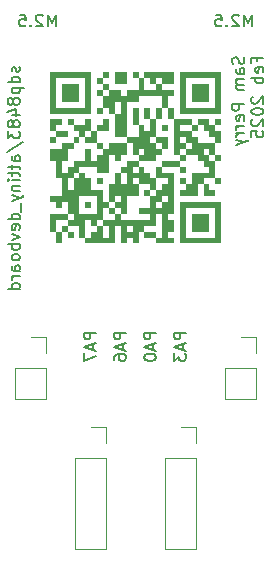
<source format=gbo>
%TF.GenerationSoftware,KiCad,Pcbnew,8.0.8*%
%TF.CreationDate,2025-02-23T10:22:01-05:00*%
%TF.ProjectId,attinyx12_dev,61747469-6e79-4783-9132-5f6465762e6b,rev?*%
%TF.SameCoordinates,Original*%
%TF.FileFunction,Legend,Bot*%
%TF.FilePolarity,Positive*%
%FSLAX46Y46*%
G04 Gerber Fmt 4.6, Leading zero omitted, Abs format (unit mm)*
G04 Created by KiCad (PCBNEW 8.0.8) date 2025-02-23 10:22:01*
%MOMM*%
%LPD*%
G01*
G04 APERTURE LIST*
%ADD10C,0.153000*%
%ADD11C,0.120000*%
G04 APERTURE END LIST*
D10*
X11489663Y-32713752D02*
X10489663Y-32713752D01*
X10489663Y-32713752D02*
X10489663Y-33094704D01*
X10489663Y-33094704D02*
X10537282Y-33189942D01*
X10537282Y-33189942D02*
X10584901Y-33237561D01*
X10584901Y-33237561D02*
X10680139Y-33285180D01*
X10680139Y-33285180D02*
X10822996Y-33285180D01*
X10822996Y-33285180D02*
X10918234Y-33237561D01*
X10918234Y-33237561D02*
X10965853Y-33189942D01*
X10965853Y-33189942D02*
X11013472Y-33094704D01*
X11013472Y-33094704D02*
X11013472Y-32713752D01*
X11203948Y-33666133D02*
X11203948Y-34142323D01*
X11489663Y-33570895D02*
X10489663Y-33904228D01*
X10489663Y-33904228D02*
X11489663Y-34237561D01*
X10489663Y-34999466D02*
X10489663Y-34808990D01*
X10489663Y-34808990D02*
X10537282Y-34713752D01*
X10537282Y-34713752D02*
X10584901Y-34666133D01*
X10584901Y-34666133D02*
X10727758Y-34570895D01*
X10727758Y-34570895D02*
X10918234Y-34523276D01*
X10918234Y-34523276D02*
X11299186Y-34523276D01*
X11299186Y-34523276D02*
X11394424Y-34570895D01*
X11394424Y-34570895D02*
X11442044Y-34618514D01*
X11442044Y-34618514D02*
X11489663Y-34713752D01*
X11489663Y-34713752D02*
X11489663Y-34904228D01*
X11489663Y-34904228D02*
X11442044Y-34999466D01*
X11442044Y-34999466D02*
X11394424Y-35047085D01*
X11394424Y-35047085D02*
X11299186Y-35094704D01*
X11299186Y-35094704D02*
X11061091Y-35094704D01*
X11061091Y-35094704D02*
X10965853Y-35047085D01*
X10965853Y-35047085D02*
X10918234Y-34999466D01*
X10918234Y-34999466D02*
X10870615Y-34904228D01*
X10870615Y-34904228D02*
X10870615Y-34713752D01*
X10870615Y-34713752D02*
X10918234Y-34618514D01*
X10918234Y-34618514D02*
X10965853Y-34570895D01*
X10965853Y-34570895D02*
X11061091Y-34523276D01*
X16569663Y-32713752D02*
X15569663Y-32713752D01*
X15569663Y-32713752D02*
X15569663Y-33094704D01*
X15569663Y-33094704D02*
X15617282Y-33189942D01*
X15617282Y-33189942D02*
X15664901Y-33237561D01*
X15664901Y-33237561D02*
X15760139Y-33285180D01*
X15760139Y-33285180D02*
X15902996Y-33285180D01*
X15902996Y-33285180D02*
X15998234Y-33237561D01*
X15998234Y-33237561D02*
X16045853Y-33189942D01*
X16045853Y-33189942D02*
X16093472Y-33094704D01*
X16093472Y-33094704D02*
X16093472Y-32713752D01*
X16283948Y-33666133D02*
X16283948Y-34142323D01*
X16569663Y-33570895D02*
X15569663Y-33904228D01*
X15569663Y-33904228D02*
X16569663Y-34237561D01*
X15569663Y-34475657D02*
X15569663Y-35094704D01*
X15569663Y-35094704D02*
X15950615Y-34761371D01*
X15950615Y-34761371D02*
X15950615Y-34904228D01*
X15950615Y-34904228D02*
X15998234Y-34999466D01*
X15998234Y-34999466D02*
X16045853Y-35047085D01*
X16045853Y-35047085D02*
X16141091Y-35094704D01*
X16141091Y-35094704D02*
X16379186Y-35094704D01*
X16379186Y-35094704D02*
X16474424Y-35047085D01*
X16474424Y-35047085D02*
X16522044Y-34999466D01*
X16522044Y-34999466D02*
X16569663Y-34904228D01*
X16569663Y-34904228D02*
X16569663Y-34618514D01*
X16569663Y-34618514D02*
X16522044Y-34523276D01*
X16522044Y-34523276D02*
X16474424Y-34475657D01*
X21452100Y-9381133D02*
X21499719Y-9523990D01*
X21499719Y-9523990D02*
X21499719Y-9762085D01*
X21499719Y-9762085D02*
X21452100Y-9857323D01*
X21452100Y-9857323D02*
X21404480Y-9904942D01*
X21404480Y-9904942D02*
X21309242Y-9952561D01*
X21309242Y-9952561D02*
X21214004Y-9952561D01*
X21214004Y-9952561D02*
X21118766Y-9904942D01*
X21118766Y-9904942D02*
X21071147Y-9857323D01*
X21071147Y-9857323D02*
X21023528Y-9762085D01*
X21023528Y-9762085D02*
X20975909Y-9571609D01*
X20975909Y-9571609D02*
X20928290Y-9476371D01*
X20928290Y-9476371D02*
X20880671Y-9428752D01*
X20880671Y-9428752D02*
X20785433Y-9381133D01*
X20785433Y-9381133D02*
X20690195Y-9381133D01*
X20690195Y-9381133D02*
X20594957Y-9428752D01*
X20594957Y-9428752D02*
X20547338Y-9476371D01*
X20547338Y-9476371D02*
X20499719Y-9571609D01*
X20499719Y-9571609D02*
X20499719Y-9809704D01*
X20499719Y-9809704D02*
X20547338Y-9952561D01*
X21499719Y-10809704D02*
X20975909Y-10809704D01*
X20975909Y-10809704D02*
X20880671Y-10762085D01*
X20880671Y-10762085D02*
X20833052Y-10666847D01*
X20833052Y-10666847D02*
X20833052Y-10476371D01*
X20833052Y-10476371D02*
X20880671Y-10381133D01*
X21452100Y-10809704D02*
X21499719Y-10714466D01*
X21499719Y-10714466D02*
X21499719Y-10476371D01*
X21499719Y-10476371D02*
X21452100Y-10381133D01*
X21452100Y-10381133D02*
X21356861Y-10333514D01*
X21356861Y-10333514D02*
X21261623Y-10333514D01*
X21261623Y-10333514D02*
X21166385Y-10381133D01*
X21166385Y-10381133D02*
X21118766Y-10476371D01*
X21118766Y-10476371D02*
X21118766Y-10714466D01*
X21118766Y-10714466D02*
X21071147Y-10809704D01*
X21499719Y-11285895D02*
X20833052Y-11285895D01*
X20928290Y-11285895D02*
X20880671Y-11333514D01*
X20880671Y-11333514D02*
X20833052Y-11428752D01*
X20833052Y-11428752D02*
X20833052Y-11571609D01*
X20833052Y-11571609D02*
X20880671Y-11666847D01*
X20880671Y-11666847D02*
X20975909Y-11714466D01*
X20975909Y-11714466D02*
X21499719Y-11714466D01*
X20975909Y-11714466D02*
X20880671Y-11762085D01*
X20880671Y-11762085D02*
X20833052Y-11857323D01*
X20833052Y-11857323D02*
X20833052Y-12000180D01*
X20833052Y-12000180D02*
X20880671Y-12095419D01*
X20880671Y-12095419D02*
X20975909Y-12143038D01*
X20975909Y-12143038D02*
X21499719Y-12143038D01*
X21499719Y-13381133D02*
X20499719Y-13381133D01*
X20499719Y-13381133D02*
X20499719Y-13762085D01*
X20499719Y-13762085D02*
X20547338Y-13857323D01*
X20547338Y-13857323D02*
X20594957Y-13904942D01*
X20594957Y-13904942D02*
X20690195Y-13952561D01*
X20690195Y-13952561D02*
X20833052Y-13952561D01*
X20833052Y-13952561D02*
X20928290Y-13904942D01*
X20928290Y-13904942D02*
X20975909Y-13857323D01*
X20975909Y-13857323D02*
X21023528Y-13762085D01*
X21023528Y-13762085D02*
X21023528Y-13381133D01*
X21452100Y-14762085D02*
X21499719Y-14666847D01*
X21499719Y-14666847D02*
X21499719Y-14476371D01*
X21499719Y-14476371D02*
X21452100Y-14381133D01*
X21452100Y-14381133D02*
X21356861Y-14333514D01*
X21356861Y-14333514D02*
X20975909Y-14333514D01*
X20975909Y-14333514D02*
X20880671Y-14381133D01*
X20880671Y-14381133D02*
X20833052Y-14476371D01*
X20833052Y-14476371D02*
X20833052Y-14666847D01*
X20833052Y-14666847D02*
X20880671Y-14762085D01*
X20880671Y-14762085D02*
X20975909Y-14809704D01*
X20975909Y-14809704D02*
X21071147Y-14809704D01*
X21071147Y-14809704D02*
X21166385Y-14333514D01*
X21499719Y-15238276D02*
X20833052Y-15238276D01*
X21023528Y-15238276D02*
X20928290Y-15285895D01*
X20928290Y-15285895D02*
X20880671Y-15333514D01*
X20880671Y-15333514D02*
X20833052Y-15428752D01*
X20833052Y-15428752D02*
X20833052Y-15523990D01*
X21499719Y-15857324D02*
X20833052Y-15857324D01*
X21023528Y-15857324D02*
X20928290Y-15904943D01*
X20928290Y-15904943D02*
X20880671Y-15952562D01*
X20880671Y-15952562D02*
X20833052Y-16047800D01*
X20833052Y-16047800D02*
X20833052Y-16143038D01*
X20833052Y-16381134D02*
X21499719Y-16619229D01*
X20833052Y-16857324D02*
X21499719Y-16619229D01*
X21499719Y-16619229D02*
X21737814Y-16523991D01*
X21737814Y-16523991D02*
X21785433Y-16476372D01*
X21785433Y-16476372D02*
X21833052Y-16381134D01*
X22585853Y-9762085D02*
X22585853Y-9428752D01*
X23109663Y-9428752D02*
X22109663Y-9428752D01*
X22109663Y-9428752D02*
X22109663Y-9904942D01*
X23062044Y-10666847D02*
X23109663Y-10571609D01*
X23109663Y-10571609D02*
X23109663Y-10381133D01*
X23109663Y-10381133D02*
X23062044Y-10285895D01*
X23062044Y-10285895D02*
X22966805Y-10238276D01*
X22966805Y-10238276D02*
X22585853Y-10238276D01*
X22585853Y-10238276D02*
X22490615Y-10285895D01*
X22490615Y-10285895D02*
X22442996Y-10381133D01*
X22442996Y-10381133D02*
X22442996Y-10571609D01*
X22442996Y-10571609D02*
X22490615Y-10666847D01*
X22490615Y-10666847D02*
X22585853Y-10714466D01*
X22585853Y-10714466D02*
X22681091Y-10714466D01*
X22681091Y-10714466D02*
X22776329Y-10238276D01*
X23109663Y-11143038D02*
X22109663Y-11143038D01*
X22490615Y-11143038D02*
X22442996Y-11238276D01*
X22442996Y-11238276D02*
X22442996Y-11428752D01*
X22442996Y-11428752D02*
X22490615Y-11523990D01*
X22490615Y-11523990D02*
X22538234Y-11571609D01*
X22538234Y-11571609D02*
X22633472Y-11619228D01*
X22633472Y-11619228D02*
X22919186Y-11619228D01*
X22919186Y-11619228D02*
X23014424Y-11571609D01*
X23014424Y-11571609D02*
X23062044Y-11523990D01*
X23062044Y-11523990D02*
X23109663Y-11428752D01*
X23109663Y-11428752D02*
X23109663Y-11238276D01*
X23109663Y-11238276D02*
X23062044Y-11143038D01*
X22204901Y-12762086D02*
X22157282Y-12809705D01*
X22157282Y-12809705D02*
X22109663Y-12904943D01*
X22109663Y-12904943D02*
X22109663Y-13143038D01*
X22109663Y-13143038D02*
X22157282Y-13238276D01*
X22157282Y-13238276D02*
X22204901Y-13285895D01*
X22204901Y-13285895D02*
X22300139Y-13333514D01*
X22300139Y-13333514D02*
X22395377Y-13333514D01*
X22395377Y-13333514D02*
X22538234Y-13285895D01*
X22538234Y-13285895D02*
X23109663Y-12714467D01*
X23109663Y-12714467D02*
X23109663Y-13333514D01*
X22109663Y-13952562D02*
X22109663Y-14047800D01*
X22109663Y-14047800D02*
X22157282Y-14143038D01*
X22157282Y-14143038D02*
X22204901Y-14190657D01*
X22204901Y-14190657D02*
X22300139Y-14238276D01*
X22300139Y-14238276D02*
X22490615Y-14285895D01*
X22490615Y-14285895D02*
X22728710Y-14285895D01*
X22728710Y-14285895D02*
X22919186Y-14238276D01*
X22919186Y-14238276D02*
X23014424Y-14190657D01*
X23014424Y-14190657D02*
X23062044Y-14143038D01*
X23062044Y-14143038D02*
X23109663Y-14047800D01*
X23109663Y-14047800D02*
X23109663Y-13952562D01*
X23109663Y-13952562D02*
X23062044Y-13857324D01*
X23062044Y-13857324D02*
X23014424Y-13809705D01*
X23014424Y-13809705D02*
X22919186Y-13762086D01*
X22919186Y-13762086D02*
X22728710Y-13714467D01*
X22728710Y-13714467D02*
X22490615Y-13714467D01*
X22490615Y-13714467D02*
X22300139Y-13762086D01*
X22300139Y-13762086D02*
X22204901Y-13809705D01*
X22204901Y-13809705D02*
X22157282Y-13857324D01*
X22157282Y-13857324D02*
X22109663Y-13952562D01*
X22204901Y-14666848D02*
X22157282Y-14714467D01*
X22157282Y-14714467D02*
X22109663Y-14809705D01*
X22109663Y-14809705D02*
X22109663Y-15047800D01*
X22109663Y-15047800D02*
X22157282Y-15143038D01*
X22157282Y-15143038D02*
X22204901Y-15190657D01*
X22204901Y-15190657D02*
X22300139Y-15238276D01*
X22300139Y-15238276D02*
X22395377Y-15238276D01*
X22395377Y-15238276D02*
X22538234Y-15190657D01*
X22538234Y-15190657D02*
X23109663Y-14619229D01*
X23109663Y-14619229D02*
X23109663Y-15238276D01*
X22109663Y-16143038D02*
X22109663Y-15666848D01*
X22109663Y-15666848D02*
X22585853Y-15619229D01*
X22585853Y-15619229D02*
X22538234Y-15666848D01*
X22538234Y-15666848D02*
X22490615Y-15762086D01*
X22490615Y-15762086D02*
X22490615Y-16000181D01*
X22490615Y-16000181D02*
X22538234Y-16095419D01*
X22538234Y-16095419D02*
X22585853Y-16143038D01*
X22585853Y-16143038D02*
X22681091Y-16190657D01*
X22681091Y-16190657D02*
X22919186Y-16190657D01*
X22919186Y-16190657D02*
X23014424Y-16143038D01*
X23014424Y-16143038D02*
X23062044Y-16095419D01*
X23062044Y-16095419D02*
X23109663Y-16000181D01*
X23109663Y-16000181D02*
X23109663Y-15762086D01*
X23109663Y-15762086D02*
X23062044Y-15666848D01*
X23062044Y-15666848D02*
X23014424Y-15619229D01*
X2442044Y-10229340D02*
X2489663Y-10324578D01*
X2489663Y-10324578D02*
X2489663Y-10515054D01*
X2489663Y-10515054D02*
X2442044Y-10610292D01*
X2442044Y-10610292D02*
X2346805Y-10657911D01*
X2346805Y-10657911D02*
X2299186Y-10657911D01*
X2299186Y-10657911D02*
X2203948Y-10610292D01*
X2203948Y-10610292D02*
X2156329Y-10515054D01*
X2156329Y-10515054D02*
X2156329Y-10372197D01*
X2156329Y-10372197D02*
X2108710Y-10276959D01*
X2108710Y-10276959D02*
X2013472Y-10229340D01*
X2013472Y-10229340D02*
X1965853Y-10229340D01*
X1965853Y-10229340D02*
X1870615Y-10276959D01*
X1870615Y-10276959D02*
X1822996Y-10372197D01*
X1822996Y-10372197D02*
X1822996Y-10515054D01*
X1822996Y-10515054D02*
X1870615Y-10610292D01*
X2489663Y-11515054D02*
X1489663Y-11515054D01*
X2442044Y-11515054D02*
X2489663Y-11419816D01*
X2489663Y-11419816D02*
X2489663Y-11229340D01*
X2489663Y-11229340D02*
X2442044Y-11134102D01*
X2442044Y-11134102D02*
X2394424Y-11086483D01*
X2394424Y-11086483D02*
X2299186Y-11038864D01*
X2299186Y-11038864D02*
X2013472Y-11038864D01*
X2013472Y-11038864D02*
X1918234Y-11086483D01*
X1918234Y-11086483D02*
X1870615Y-11134102D01*
X1870615Y-11134102D02*
X1822996Y-11229340D01*
X1822996Y-11229340D02*
X1822996Y-11419816D01*
X1822996Y-11419816D02*
X1870615Y-11515054D01*
X1822996Y-11991245D02*
X2822996Y-11991245D01*
X1870615Y-11991245D02*
X1822996Y-12086483D01*
X1822996Y-12086483D02*
X1822996Y-12276959D01*
X1822996Y-12276959D02*
X1870615Y-12372197D01*
X1870615Y-12372197D02*
X1918234Y-12419816D01*
X1918234Y-12419816D02*
X2013472Y-12467435D01*
X2013472Y-12467435D02*
X2299186Y-12467435D01*
X2299186Y-12467435D02*
X2394424Y-12419816D01*
X2394424Y-12419816D02*
X2442044Y-12372197D01*
X2442044Y-12372197D02*
X2489663Y-12276959D01*
X2489663Y-12276959D02*
X2489663Y-12086483D01*
X2489663Y-12086483D02*
X2442044Y-11991245D01*
X1918234Y-13038864D02*
X1870615Y-12943626D01*
X1870615Y-12943626D02*
X1822996Y-12896007D01*
X1822996Y-12896007D02*
X1727758Y-12848388D01*
X1727758Y-12848388D02*
X1680139Y-12848388D01*
X1680139Y-12848388D02*
X1584901Y-12896007D01*
X1584901Y-12896007D02*
X1537282Y-12943626D01*
X1537282Y-12943626D02*
X1489663Y-13038864D01*
X1489663Y-13038864D02*
X1489663Y-13229340D01*
X1489663Y-13229340D02*
X1537282Y-13324578D01*
X1537282Y-13324578D02*
X1584901Y-13372197D01*
X1584901Y-13372197D02*
X1680139Y-13419816D01*
X1680139Y-13419816D02*
X1727758Y-13419816D01*
X1727758Y-13419816D02*
X1822996Y-13372197D01*
X1822996Y-13372197D02*
X1870615Y-13324578D01*
X1870615Y-13324578D02*
X1918234Y-13229340D01*
X1918234Y-13229340D02*
X1918234Y-13038864D01*
X1918234Y-13038864D02*
X1965853Y-12943626D01*
X1965853Y-12943626D02*
X2013472Y-12896007D01*
X2013472Y-12896007D02*
X2108710Y-12848388D01*
X2108710Y-12848388D02*
X2299186Y-12848388D01*
X2299186Y-12848388D02*
X2394424Y-12896007D01*
X2394424Y-12896007D02*
X2442044Y-12943626D01*
X2442044Y-12943626D02*
X2489663Y-13038864D01*
X2489663Y-13038864D02*
X2489663Y-13229340D01*
X2489663Y-13229340D02*
X2442044Y-13324578D01*
X2442044Y-13324578D02*
X2394424Y-13372197D01*
X2394424Y-13372197D02*
X2299186Y-13419816D01*
X2299186Y-13419816D02*
X2108710Y-13419816D01*
X2108710Y-13419816D02*
X2013472Y-13372197D01*
X2013472Y-13372197D02*
X1965853Y-13324578D01*
X1965853Y-13324578D02*
X1918234Y-13229340D01*
X1822996Y-14276959D02*
X2489663Y-14276959D01*
X1442044Y-14038864D02*
X2156329Y-13800769D01*
X2156329Y-13800769D02*
X2156329Y-14419816D01*
X1918234Y-14943626D02*
X1870615Y-14848388D01*
X1870615Y-14848388D02*
X1822996Y-14800769D01*
X1822996Y-14800769D02*
X1727758Y-14753150D01*
X1727758Y-14753150D02*
X1680139Y-14753150D01*
X1680139Y-14753150D02*
X1584901Y-14800769D01*
X1584901Y-14800769D02*
X1537282Y-14848388D01*
X1537282Y-14848388D02*
X1489663Y-14943626D01*
X1489663Y-14943626D02*
X1489663Y-15134102D01*
X1489663Y-15134102D02*
X1537282Y-15229340D01*
X1537282Y-15229340D02*
X1584901Y-15276959D01*
X1584901Y-15276959D02*
X1680139Y-15324578D01*
X1680139Y-15324578D02*
X1727758Y-15324578D01*
X1727758Y-15324578D02*
X1822996Y-15276959D01*
X1822996Y-15276959D02*
X1870615Y-15229340D01*
X1870615Y-15229340D02*
X1918234Y-15134102D01*
X1918234Y-15134102D02*
X1918234Y-14943626D01*
X1918234Y-14943626D02*
X1965853Y-14848388D01*
X1965853Y-14848388D02*
X2013472Y-14800769D01*
X2013472Y-14800769D02*
X2108710Y-14753150D01*
X2108710Y-14753150D02*
X2299186Y-14753150D01*
X2299186Y-14753150D02*
X2394424Y-14800769D01*
X2394424Y-14800769D02*
X2442044Y-14848388D01*
X2442044Y-14848388D02*
X2489663Y-14943626D01*
X2489663Y-14943626D02*
X2489663Y-15134102D01*
X2489663Y-15134102D02*
X2442044Y-15229340D01*
X2442044Y-15229340D02*
X2394424Y-15276959D01*
X2394424Y-15276959D02*
X2299186Y-15324578D01*
X2299186Y-15324578D02*
X2108710Y-15324578D01*
X2108710Y-15324578D02*
X2013472Y-15276959D01*
X2013472Y-15276959D02*
X1965853Y-15229340D01*
X1965853Y-15229340D02*
X1918234Y-15134102D01*
X1489663Y-15657912D02*
X1489663Y-16276959D01*
X1489663Y-16276959D02*
X1870615Y-15943626D01*
X1870615Y-15943626D02*
X1870615Y-16086483D01*
X1870615Y-16086483D02*
X1918234Y-16181721D01*
X1918234Y-16181721D02*
X1965853Y-16229340D01*
X1965853Y-16229340D02*
X2061091Y-16276959D01*
X2061091Y-16276959D02*
X2299186Y-16276959D01*
X2299186Y-16276959D02*
X2394424Y-16229340D01*
X2394424Y-16229340D02*
X2442044Y-16181721D01*
X2442044Y-16181721D02*
X2489663Y-16086483D01*
X2489663Y-16086483D02*
X2489663Y-15800769D01*
X2489663Y-15800769D02*
X2442044Y-15705531D01*
X2442044Y-15705531D02*
X2394424Y-15657912D01*
X1442044Y-17419816D02*
X2727758Y-16562674D01*
X2489663Y-18181721D02*
X1965853Y-18181721D01*
X1965853Y-18181721D02*
X1870615Y-18134102D01*
X1870615Y-18134102D02*
X1822996Y-18038864D01*
X1822996Y-18038864D02*
X1822996Y-17848388D01*
X1822996Y-17848388D02*
X1870615Y-17753150D01*
X2442044Y-18181721D02*
X2489663Y-18086483D01*
X2489663Y-18086483D02*
X2489663Y-17848388D01*
X2489663Y-17848388D02*
X2442044Y-17753150D01*
X2442044Y-17753150D02*
X2346805Y-17705531D01*
X2346805Y-17705531D02*
X2251567Y-17705531D01*
X2251567Y-17705531D02*
X2156329Y-17753150D01*
X2156329Y-17753150D02*
X2108710Y-17848388D01*
X2108710Y-17848388D02*
X2108710Y-18086483D01*
X2108710Y-18086483D02*
X2061091Y-18181721D01*
X1822996Y-18515055D02*
X1822996Y-18896007D01*
X1489663Y-18657912D02*
X2346805Y-18657912D01*
X2346805Y-18657912D02*
X2442044Y-18705531D01*
X2442044Y-18705531D02*
X2489663Y-18800769D01*
X2489663Y-18800769D02*
X2489663Y-18896007D01*
X1822996Y-19086484D02*
X1822996Y-19467436D01*
X1489663Y-19229341D02*
X2346805Y-19229341D01*
X2346805Y-19229341D02*
X2442044Y-19276960D01*
X2442044Y-19276960D02*
X2489663Y-19372198D01*
X2489663Y-19372198D02*
X2489663Y-19467436D01*
X2489663Y-19800770D02*
X1822996Y-19800770D01*
X1489663Y-19800770D02*
X1537282Y-19753151D01*
X1537282Y-19753151D02*
X1584901Y-19800770D01*
X1584901Y-19800770D02*
X1537282Y-19848389D01*
X1537282Y-19848389D02*
X1489663Y-19800770D01*
X1489663Y-19800770D02*
X1584901Y-19800770D01*
X1822996Y-20276960D02*
X2489663Y-20276960D01*
X1918234Y-20276960D02*
X1870615Y-20324579D01*
X1870615Y-20324579D02*
X1822996Y-20419817D01*
X1822996Y-20419817D02*
X1822996Y-20562674D01*
X1822996Y-20562674D02*
X1870615Y-20657912D01*
X1870615Y-20657912D02*
X1965853Y-20705531D01*
X1965853Y-20705531D02*
X2489663Y-20705531D01*
X1822996Y-21086484D02*
X2489663Y-21324579D01*
X1822996Y-21562674D02*
X2489663Y-21324579D01*
X2489663Y-21324579D02*
X2727758Y-21229341D01*
X2727758Y-21229341D02*
X2775377Y-21181722D01*
X2775377Y-21181722D02*
X2822996Y-21086484D01*
X2584901Y-21705532D02*
X2584901Y-22467436D01*
X2489663Y-23134103D02*
X1489663Y-23134103D01*
X2442044Y-23134103D02*
X2489663Y-23038865D01*
X2489663Y-23038865D02*
X2489663Y-22848389D01*
X2489663Y-22848389D02*
X2442044Y-22753151D01*
X2442044Y-22753151D02*
X2394424Y-22705532D01*
X2394424Y-22705532D02*
X2299186Y-22657913D01*
X2299186Y-22657913D02*
X2013472Y-22657913D01*
X2013472Y-22657913D02*
X1918234Y-22705532D01*
X1918234Y-22705532D02*
X1870615Y-22753151D01*
X1870615Y-22753151D02*
X1822996Y-22848389D01*
X1822996Y-22848389D02*
X1822996Y-23038865D01*
X1822996Y-23038865D02*
X1870615Y-23134103D01*
X2442044Y-23991246D02*
X2489663Y-23896008D01*
X2489663Y-23896008D02*
X2489663Y-23705532D01*
X2489663Y-23705532D02*
X2442044Y-23610294D01*
X2442044Y-23610294D02*
X2346805Y-23562675D01*
X2346805Y-23562675D02*
X1965853Y-23562675D01*
X1965853Y-23562675D02*
X1870615Y-23610294D01*
X1870615Y-23610294D02*
X1822996Y-23705532D01*
X1822996Y-23705532D02*
X1822996Y-23896008D01*
X1822996Y-23896008D02*
X1870615Y-23991246D01*
X1870615Y-23991246D02*
X1965853Y-24038865D01*
X1965853Y-24038865D02*
X2061091Y-24038865D01*
X2061091Y-24038865D02*
X2156329Y-23562675D01*
X1822996Y-24372199D02*
X2489663Y-24610294D01*
X2489663Y-24610294D02*
X1822996Y-24848389D01*
X2489663Y-25229342D02*
X1489663Y-25229342D01*
X1870615Y-25229342D02*
X1822996Y-25324580D01*
X1822996Y-25324580D02*
X1822996Y-25515056D01*
X1822996Y-25515056D02*
X1870615Y-25610294D01*
X1870615Y-25610294D02*
X1918234Y-25657913D01*
X1918234Y-25657913D02*
X2013472Y-25705532D01*
X2013472Y-25705532D02*
X2299186Y-25705532D01*
X2299186Y-25705532D02*
X2394424Y-25657913D01*
X2394424Y-25657913D02*
X2442044Y-25610294D01*
X2442044Y-25610294D02*
X2489663Y-25515056D01*
X2489663Y-25515056D02*
X2489663Y-25324580D01*
X2489663Y-25324580D02*
X2442044Y-25229342D01*
X2489663Y-26276961D02*
X2442044Y-26181723D01*
X2442044Y-26181723D02*
X2394424Y-26134104D01*
X2394424Y-26134104D02*
X2299186Y-26086485D01*
X2299186Y-26086485D02*
X2013472Y-26086485D01*
X2013472Y-26086485D02*
X1918234Y-26134104D01*
X1918234Y-26134104D02*
X1870615Y-26181723D01*
X1870615Y-26181723D02*
X1822996Y-26276961D01*
X1822996Y-26276961D02*
X1822996Y-26419818D01*
X1822996Y-26419818D02*
X1870615Y-26515056D01*
X1870615Y-26515056D02*
X1918234Y-26562675D01*
X1918234Y-26562675D02*
X2013472Y-26610294D01*
X2013472Y-26610294D02*
X2299186Y-26610294D01*
X2299186Y-26610294D02*
X2394424Y-26562675D01*
X2394424Y-26562675D02*
X2442044Y-26515056D01*
X2442044Y-26515056D02*
X2489663Y-26419818D01*
X2489663Y-26419818D02*
X2489663Y-26276961D01*
X2489663Y-27467437D02*
X1965853Y-27467437D01*
X1965853Y-27467437D02*
X1870615Y-27419818D01*
X1870615Y-27419818D02*
X1822996Y-27324580D01*
X1822996Y-27324580D02*
X1822996Y-27134104D01*
X1822996Y-27134104D02*
X1870615Y-27038866D01*
X2442044Y-27467437D02*
X2489663Y-27372199D01*
X2489663Y-27372199D02*
X2489663Y-27134104D01*
X2489663Y-27134104D02*
X2442044Y-27038866D01*
X2442044Y-27038866D02*
X2346805Y-26991247D01*
X2346805Y-26991247D02*
X2251567Y-26991247D01*
X2251567Y-26991247D02*
X2156329Y-27038866D01*
X2156329Y-27038866D02*
X2108710Y-27134104D01*
X2108710Y-27134104D02*
X2108710Y-27372199D01*
X2108710Y-27372199D02*
X2061091Y-27467437D01*
X2489663Y-27943628D02*
X1822996Y-27943628D01*
X2013472Y-27943628D02*
X1918234Y-27991247D01*
X1918234Y-27991247D02*
X1870615Y-28038866D01*
X1870615Y-28038866D02*
X1822996Y-28134104D01*
X1822996Y-28134104D02*
X1822996Y-28229342D01*
X2489663Y-28991247D02*
X1489663Y-28991247D01*
X2442044Y-28991247D02*
X2489663Y-28896009D01*
X2489663Y-28896009D02*
X2489663Y-28705533D01*
X2489663Y-28705533D02*
X2442044Y-28610295D01*
X2442044Y-28610295D02*
X2394424Y-28562676D01*
X2394424Y-28562676D02*
X2299186Y-28515057D01*
X2299186Y-28515057D02*
X2013472Y-28515057D01*
X2013472Y-28515057D02*
X1918234Y-28562676D01*
X1918234Y-28562676D02*
X1870615Y-28610295D01*
X1870615Y-28610295D02*
X1822996Y-28705533D01*
X1822996Y-28705533D02*
X1822996Y-28896009D01*
X1822996Y-28896009D02*
X1870615Y-28991247D01*
X22123808Y-6789663D02*
X22123808Y-5789663D01*
X22123808Y-5789663D02*
X21790475Y-6503948D01*
X21790475Y-6503948D02*
X21457142Y-5789663D01*
X21457142Y-5789663D02*
X21457142Y-6789663D01*
X21028570Y-5884901D02*
X20980951Y-5837282D01*
X20980951Y-5837282D02*
X20885713Y-5789663D01*
X20885713Y-5789663D02*
X20647618Y-5789663D01*
X20647618Y-5789663D02*
X20552380Y-5837282D01*
X20552380Y-5837282D02*
X20504761Y-5884901D01*
X20504761Y-5884901D02*
X20457142Y-5980139D01*
X20457142Y-5980139D02*
X20457142Y-6075377D01*
X20457142Y-6075377D02*
X20504761Y-6218234D01*
X20504761Y-6218234D02*
X21076189Y-6789663D01*
X21076189Y-6789663D02*
X20457142Y-6789663D01*
X20028570Y-6694424D02*
X19980951Y-6742044D01*
X19980951Y-6742044D02*
X20028570Y-6789663D01*
X20028570Y-6789663D02*
X20076189Y-6742044D01*
X20076189Y-6742044D02*
X20028570Y-6694424D01*
X20028570Y-6694424D02*
X20028570Y-6789663D01*
X19076190Y-5789663D02*
X19552380Y-5789663D01*
X19552380Y-5789663D02*
X19599999Y-6265853D01*
X19599999Y-6265853D02*
X19552380Y-6218234D01*
X19552380Y-6218234D02*
X19457142Y-6170615D01*
X19457142Y-6170615D02*
X19219047Y-6170615D01*
X19219047Y-6170615D02*
X19123809Y-6218234D01*
X19123809Y-6218234D02*
X19076190Y-6265853D01*
X19076190Y-6265853D02*
X19028571Y-6361091D01*
X19028571Y-6361091D02*
X19028571Y-6599186D01*
X19028571Y-6599186D02*
X19076190Y-6694424D01*
X19076190Y-6694424D02*
X19123809Y-6742044D01*
X19123809Y-6742044D02*
X19219047Y-6789663D01*
X19219047Y-6789663D02*
X19457142Y-6789663D01*
X19457142Y-6789663D02*
X19552380Y-6742044D01*
X19552380Y-6742044D02*
X19599999Y-6694424D01*
X5523808Y-6789663D02*
X5523808Y-5789663D01*
X5523808Y-5789663D02*
X5190475Y-6503948D01*
X5190475Y-6503948D02*
X4857142Y-5789663D01*
X4857142Y-5789663D02*
X4857142Y-6789663D01*
X4428570Y-5884901D02*
X4380951Y-5837282D01*
X4380951Y-5837282D02*
X4285713Y-5789663D01*
X4285713Y-5789663D02*
X4047618Y-5789663D01*
X4047618Y-5789663D02*
X3952380Y-5837282D01*
X3952380Y-5837282D02*
X3904761Y-5884901D01*
X3904761Y-5884901D02*
X3857142Y-5980139D01*
X3857142Y-5980139D02*
X3857142Y-6075377D01*
X3857142Y-6075377D02*
X3904761Y-6218234D01*
X3904761Y-6218234D02*
X4476189Y-6789663D01*
X4476189Y-6789663D02*
X3857142Y-6789663D01*
X3428570Y-6694424D02*
X3380951Y-6742044D01*
X3380951Y-6742044D02*
X3428570Y-6789663D01*
X3428570Y-6789663D02*
X3476189Y-6742044D01*
X3476189Y-6742044D02*
X3428570Y-6694424D01*
X3428570Y-6694424D02*
X3428570Y-6789663D01*
X2476190Y-5789663D02*
X2952380Y-5789663D01*
X2952380Y-5789663D02*
X2999999Y-6265853D01*
X2999999Y-6265853D02*
X2952380Y-6218234D01*
X2952380Y-6218234D02*
X2857142Y-6170615D01*
X2857142Y-6170615D02*
X2619047Y-6170615D01*
X2619047Y-6170615D02*
X2523809Y-6218234D01*
X2523809Y-6218234D02*
X2476190Y-6265853D01*
X2476190Y-6265853D02*
X2428571Y-6361091D01*
X2428571Y-6361091D02*
X2428571Y-6599186D01*
X2428571Y-6599186D02*
X2476190Y-6694424D01*
X2476190Y-6694424D02*
X2523809Y-6742044D01*
X2523809Y-6742044D02*
X2619047Y-6789663D01*
X2619047Y-6789663D02*
X2857142Y-6789663D01*
X2857142Y-6789663D02*
X2952380Y-6742044D01*
X2952380Y-6742044D02*
X2999999Y-6694424D01*
X14029663Y-32713752D02*
X13029663Y-32713752D01*
X13029663Y-32713752D02*
X13029663Y-33094704D01*
X13029663Y-33094704D02*
X13077282Y-33189942D01*
X13077282Y-33189942D02*
X13124901Y-33237561D01*
X13124901Y-33237561D02*
X13220139Y-33285180D01*
X13220139Y-33285180D02*
X13362996Y-33285180D01*
X13362996Y-33285180D02*
X13458234Y-33237561D01*
X13458234Y-33237561D02*
X13505853Y-33189942D01*
X13505853Y-33189942D02*
X13553472Y-33094704D01*
X13553472Y-33094704D02*
X13553472Y-32713752D01*
X13743948Y-33666133D02*
X13743948Y-34142323D01*
X14029663Y-33570895D02*
X13029663Y-33904228D01*
X13029663Y-33904228D02*
X14029663Y-34237561D01*
X13029663Y-34761371D02*
X13029663Y-34856609D01*
X13029663Y-34856609D02*
X13077282Y-34951847D01*
X13077282Y-34951847D02*
X13124901Y-34999466D01*
X13124901Y-34999466D02*
X13220139Y-35047085D01*
X13220139Y-35047085D02*
X13410615Y-35094704D01*
X13410615Y-35094704D02*
X13648710Y-35094704D01*
X13648710Y-35094704D02*
X13839186Y-35047085D01*
X13839186Y-35047085D02*
X13934424Y-34999466D01*
X13934424Y-34999466D02*
X13982044Y-34951847D01*
X13982044Y-34951847D02*
X14029663Y-34856609D01*
X14029663Y-34856609D02*
X14029663Y-34761371D01*
X14029663Y-34761371D02*
X13982044Y-34666133D01*
X13982044Y-34666133D02*
X13934424Y-34618514D01*
X13934424Y-34618514D02*
X13839186Y-34570895D01*
X13839186Y-34570895D02*
X13648710Y-34523276D01*
X13648710Y-34523276D02*
X13410615Y-34523276D01*
X13410615Y-34523276D02*
X13220139Y-34570895D01*
X13220139Y-34570895D02*
X13124901Y-34618514D01*
X13124901Y-34618514D02*
X13077282Y-34666133D01*
X13077282Y-34666133D02*
X13029663Y-34761371D01*
X8949663Y-32713752D02*
X7949663Y-32713752D01*
X7949663Y-32713752D02*
X7949663Y-33094704D01*
X7949663Y-33094704D02*
X7997282Y-33189942D01*
X7997282Y-33189942D02*
X8044901Y-33237561D01*
X8044901Y-33237561D02*
X8140139Y-33285180D01*
X8140139Y-33285180D02*
X8282996Y-33285180D01*
X8282996Y-33285180D02*
X8378234Y-33237561D01*
X8378234Y-33237561D02*
X8425853Y-33189942D01*
X8425853Y-33189942D02*
X8473472Y-33094704D01*
X8473472Y-33094704D02*
X8473472Y-32713752D01*
X8663948Y-33666133D02*
X8663948Y-34142323D01*
X8949663Y-33570895D02*
X7949663Y-33904228D01*
X7949663Y-33904228D02*
X8949663Y-34237561D01*
X7949663Y-34475657D02*
X7949663Y-35142323D01*
X7949663Y-35142323D02*
X8949663Y-34713752D01*
%TO.C,QR\u002A\u002A\u002A\u002A\u002A*%
G36*
X5550000Y-10670000D02*
G01*
X5050000Y-10670000D01*
X5050000Y-11170000D01*
X5550000Y-11170000D01*
X5550000Y-10670000D01*
G37*
G36*
X5550000Y-11170000D02*
G01*
X5050000Y-11170000D01*
X5050000Y-11670000D01*
X5550000Y-11670000D01*
X5550000Y-11170000D01*
G37*
G36*
X5550000Y-11670000D02*
G01*
X5050000Y-11670000D01*
X5050000Y-12170000D01*
X5550000Y-12170000D01*
X5550000Y-11670000D01*
G37*
G36*
X5550000Y-12170000D02*
G01*
X5050000Y-12170000D01*
X5050000Y-12670000D01*
X5550000Y-12670000D01*
X5550000Y-12170000D01*
G37*
G36*
X5550000Y-12670000D02*
G01*
X5050000Y-12670000D01*
X5050000Y-13170000D01*
X5550000Y-13170000D01*
X5550000Y-12670000D01*
G37*
G36*
X5550000Y-13170000D02*
G01*
X5050000Y-13170000D01*
X5050000Y-13670000D01*
X5550000Y-13670000D01*
X5550000Y-13170000D01*
G37*
G36*
X5550000Y-13670000D02*
G01*
X5050000Y-13670000D01*
X5050000Y-14170000D01*
X5550000Y-14170000D01*
X5550000Y-13670000D01*
G37*
G36*
X5550000Y-14670000D02*
G01*
X5050000Y-14670000D01*
X5050000Y-15170000D01*
X5550000Y-15170000D01*
X5550000Y-14670000D01*
G37*
G36*
X5550000Y-15170000D02*
G01*
X5050000Y-15170000D01*
X5050000Y-15670000D01*
X5550000Y-15670000D01*
X5550000Y-15170000D01*
G37*
G36*
X5550000Y-16170000D02*
G01*
X5050000Y-16170000D01*
X5050000Y-16670000D01*
X5550000Y-16670000D01*
X5550000Y-16170000D01*
G37*
G36*
X5550000Y-17170000D02*
G01*
X5050000Y-17170000D01*
X5050000Y-17670000D01*
X5550000Y-17670000D01*
X5550000Y-17170000D01*
G37*
G36*
X5550000Y-17670000D02*
G01*
X5050000Y-17670000D01*
X5050000Y-18170000D01*
X5550000Y-18170000D01*
X5550000Y-17670000D01*
G37*
G36*
X5550000Y-21170000D02*
G01*
X5050000Y-21170000D01*
X5050000Y-21670000D01*
X5550000Y-21670000D01*
X5550000Y-21170000D01*
G37*
G36*
X5550000Y-22670000D02*
G01*
X5050000Y-22670000D01*
X5050000Y-23170000D01*
X5550000Y-23170000D01*
X5550000Y-22670000D01*
G37*
G36*
X5550000Y-23170000D02*
G01*
X5050000Y-23170000D01*
X5050000Y-23670000D01*
X5550000Y-23670000D01*
X5550000Y-23170000D01*
G37*
G36*
X5550000Y-23670000D02*
G01*
X5050000Y-23670000D01*
X5050000Y-24170000D01*
X5550000Y-24170000D01*
X5550000Y-23670000D01*
G37*
G36*
X6050000Y-10670000D02*
G01*
X5550000Y-10670000D01*
X5550000Y-11170000D01*
X6050000Y-11170000D01*
X6050000Y-10670000D01*
G37*
G36*
X6050000Y-13670000D02*
G01*
X5550000Y-13670000D01*
X5550000Y-14170000D01*
X6050000Y-14170000D01*
X6050000Y-13670000D01*
G37*
G36*
X6050000Y-14670000D02*
G01*
X5550000Y-14670000D01*
X5550000Y-15170000D01*
X6050000Y-15170000D01*
X6050000Y-14670000D01*
G37*
G36*
X6050000Y-15670000D02*
G01*
X5550000Y-15670000D01*
X5550000Y-16170000D01*
X6050000Y-16170000D01*
X6050000Y-15670000D01*
G37*
G36*
X6050000Y-17170000D02*
G01*
X5550000Y-17170000D01*
X5550000Y-17670000D01*
X6050000Y-17670000D01*
X6050000Y-17170000D01*
G37*
G36*
X6050000Y-17670000D02*
G01*
X5550000Y-17670000D01*
X5550000Y-18170000D01*
X6050000Y-18170000D01*
X6050000Y-17670000D01*
G37*
G36*
X6050000Y-18170000D02*
G01*
X5550000Y-18170000D01*
X5550000Y-18670000D01*
X6050000Y-18670000D01*
X6050000Y-18170000D01*
G37*
G36*
X6050000Y-18670000D02*
G01*
X5550000Y-18670000D01*
X5550000Y-19170000D01*
X6050000Y-19170000D01*
X6050000Y-18670000D01*
G37*
G36*
X6050000Y-19170000D02*
G01*
X5550000Y-19170000D01*
X5550000Y-19670000D01*
X6050000Y-19670000D01*
X6050000Y-19170000D01*
G37*
G36*
X6050000Y-21170000D02*
G01*
X5550000Y-21170000D01*
X5550000Y-21670000D01*
X6050000Y-21670000D01*
X6050000Y-21170000D01*
G37*
G36*
X6050000Y-21670000D02*
G01*
X5550000Y-21670000D01*
X5550000Y-22170000D01*
X6050000Y-22170000D01*
X6050000Y-21670000D01*
G37*
G36*
X6050000Y-22670000D02*
G01*
X5550000Y-22670000D01*
X5550000Y-23170000D01*
X6050000Y-23170000D01*
X6050000Y-22670000D01*
G37*
G36*
X6050000Y-24170000D02*
G01*
X5550000Y-24170000D01*
X5550000Y-24670000D01*
X6050000Y-24670000D01*
X6050000Y-24170000D01*
G37*
G36*
X6050000Y-24670000D02*
G01*
X5550000Y-24670000D01*
X5550000Y-25170000D01*
X6050000Y-25170000D01*
X6050000Y-24670000D01*
G37*
G36*
X6550000Y-10670000D02*
G01*
X6050000Y-10670000D01*
X6050000Y-11170000D01*
X6550000Y-11170000D01*
X6550000Y-10670000D01*
G37*
G36*
X6550000Y-11670000D02*
G01*
X6050000Y-11670000D01*
X6050000Y-12170000D01*
X6550000Y-12170000D01*
X6550000Y-11670000D01*
G37*
G36*
X6550000Y-12170000D02*
G01*
X6050000Y-12170000D01*
X6050000Y-12670000D01*
X6550000Y-12670000D01*
X6550000Y-12170000D01*
G37*
G36*
X6550000Y-12670000D02*
G01*
X6050000Y-12670000D01*
X6050000Y-13170000D01*
X6550000Y-13170000D01*
X6550000Y-12670000D01*
G37*
G36*
X6550000Y-13670000D02*
G01*
X6050000Y-13670000D01*
X6050000Y-14170000D01*
X6550000Y-14170000D01*
X6550000Y-13670000D01*
G37*
G36*
X6550000Y-15670000D02*
G01*
X6050000Y-15670000D01*
X6050000Y-16170000D01*
X6550000Y-16170000D01*
X6550000Y-15670000D01*
G37*
G36*
X6550000Y-16670000D02*
G01*
X6050000Y-16670000D01*
X6050000Y-17170000D01*
X6550000Y-17170000D01*
X6550000Y-16670000D01*
G37*
G36*
X6550000Y-17170000D02*
G01*
X6050000Y-17170000D01*
X6050000Y-17670000D01*
X6550000Y-17670000D01*
X6550000Y-17170000D01*
G37*
G36*
X6550000Y-17670000D02*
G01*
X6050000Y-17670000D01*
X6050000Y-18170000D01*
X6550000Y-18170000D01*
X6550000Y-17670000D01*
G37*
G36*
X6550000Y-19170000D02*
G01*
X6050000Y-19170000D01*
X6050000Y-19670000D01*
X6550000Y-19670000D01*
X6550000Y-19170000D01*
G37*
G36*
X6550000Y-19670000D02*
G01*
X6050000Y-19670000D01*
X6050000Y-20170000D01*
X6550000Y-20170000D01*
X6550000Y-19670000D01*
G37*
G36*
X6550000Y-20170000D02*
G01*
X6050000Y-20170000D01*
X6050000Y-20670000D01*
X6550000Y-20670000D01*
X6550000Y-20170000D01*
G37*
G36*
X6550000Y-20670000D02*
G01*
X6050000Y-20670000D01*
X6050000Y-21170000D01*
X6550000Y-21170000D01*
X6550000Y-20670000D01*
G37*
G36*
X6550000Y-21170000D02*
G01*
X6050000Y-21170000D01*
X6050000Y-21670000D01*
X6550000Y-21670000D01*
X6550000Y-21170000D01*
G37*
G36*
X6550000Y-22670000D02*
G01*
X6050000Y-22670000D01*
X6050000Y-23170000D01*
X6550000Y-23170000D01*
X6550000Y-22670000D01*
G37*
G36*
X6550000Y-23670000D02*
G01*
X6050000Y-23670000D01*
X6050000Y-24170000D01*
X6550000Y-24170000D01*
X6550000Y-23670000D01*
G37*
G36*
X7050000Y-10670000D02*
G01*
X6550000Y-10670000D01*
X6550000Y-11170000D01*
X7050000Y-11170000D01*
X7050000Y-10670000D01*
G37*
G36*
X7050000Y-11670000D02*
G01*
X6550000Y-11670000D01*
X6550000Y-12170000D01*
X7050000Y-12170000D01*
X7050000Y-11670000D01*
G37*
G36*
X7050000Y-12170000D02*
G01*
X6550000Y-12170000D01*
X6550000Y-12670000D01*
X7050000Y-12670000D01*
X7050000Y-12170000D01*
G37*
G36*
X7050000Y-12670000D02*
G01*
X6550000Y-12670000D01*
X6550000Y-13170000D01*
X7050000Y-13170000D01*
X7050000Y-12670000D01*
G37*
G36*
X7050000Y-13670000D02*
G01*
X6550000Y-13670000D01*
X6550000Y-14170000D01*
X7050000Y-14170000D01*
X7050000Y-13670000D01*
G37*
G36*
X7050000Y-14670000D02*
G01*
X6550000Y-14670000D01*
X6550000Y-15170000D01*
X7050000Y-15170000D01*
X7050000Y-14670000D01*
G37*
G36*
X7050000Y-16670000D02*
G01*
X6550000Y-16670000D01*
X6550000Y-17170000D01*
X7050000Y-17170000D01*
X7050000Y-16670000D01*
G37*
G36*
X7050000Y-18670000D02*
G01*
X6550000Y-18670000D01*
X6550000Y-19170000D01*
X7050000Y-19170000D01*
X7050000Y-18670000D01*
G37*
G36*
X7050000Y-19170000D02*
G01*
X6550000Y-19170000D01*
X6550000Y-19670000D01*
X7050000Y-19670000D01*
X7050000Y-19170000D01*
G37*
G36*
X7050000Y-20670000D02*
G01*
X6550000Y-20670000D01*
X6550000Y-21170000D01*
X7050000Y-21170000D01*
X7050000Y-20670000D01*
G37*
G36*
X7050000Y-21170000D02*
G01*
X6550000Y-21170000D01*
X6550000Y-21670000D01*
X7050000Y-21670000D01*
X7050000Y-21170000D01*
G37*
G36*
X7050000Y-21670000D02*
G01*
X6550000Y-21670000D01*
X6550000Y-22170000D01*
X7050000Y-22170000D01*
X7050000Y-21670000D01*
G37*
G36*
X7050000Y-22170000D02*
G01*
X6550000Y-22170000D01*
X6550000Y-22670000D01*
X7050000Y-22670000D01*
X7050000Y-22170000D01*
G37*
G36*
X7050000Y-23170000D02*
G01*
X6550000Y-23170000D01*
X6550000Y-23670000D01*
X7050000Y-23670000D01*
X7050000Y-23170000D01*
G37*
G36*
X7050000Y-24170000D02*
G01*
X6550000Y-24170000D01*
X6550000Y-24670000D01*
X7050000Y-24670000D01*
X7050000Y-24170000D01*
G37*
G36*
X7550000Y-10670000D02*
G01*
X7050000Y-10670000D01*
X7050000Y-11170000D01*
X7550000Y-11170000D01*
X7550000Y-10670000D01*
G37*
G36*
X7550000Y-11670000D02*
G01*
X7050000Y-11670000D01*
X7050000Y-12170000D01*
X7550000Y-12170000D01*
X7550000Y-11670000D01*
G37*
G36*
X7550000Y-12170000D02*
G01*
X7050000Y-12170000D01*
X7050000Y-12670000D01*
X7550000Y-12670000D01*
X7550000Y-12170000D01*
G37*
G36*
X7550000Y-12670000D02*
G01*
X7050000Y-12670000D01*
X7050000Y-13170000D01*
X7550000Y-13170000D01*
X7550000Y-12670000D01*
G37*
G36*
X7550000Y-13670000D02*
G01*
X7050000Y-13670000D01*
X7050000Y-14170000D01*
X7550000Y-14170000D01*
X7550000Y-13670000D01*
G37*
G36*
X7550000Y-15170000D02*
G01*
X7050000Y-15170000D01*
X7050000Y-15670000D01*
X7550000Y-15670000D01*
X7550000Y-15170000D01*
G37*
G36*
X7550000Y-16170000D02*
G01*
X7050000Y-16170000D01*
X7050000Y-16670000D01*
X7550000Y-16670000D01*
X7550000Y-16170000D01*
G37*
G36*
X7550000Y-18170000D02*
G01*
X7050000Y-18170000D01*
X7050000Y-18670000D01*
X7550000Y-18670000D01*
X7550000Y-18170000D01*
G37*
G36*
X7550000Y-18670000D02*
G01*
X7050000Y-18670000D01*
X7050000Y-19170000D01*
X7550000Y-19170000D01*
X7550000Y-18670000D01*
G37*
G36*
X7550000Y-19670000D02*
G01*
X7050000Y-19670000D01*
X7050000Y-20170000D01*
X7550000Y-20170000D01*
X7550000Y-19670000D01*
G37*
G36*
X7550000Y-20170000D02*
G01*
X7050000Y-20170000D01*
X7050000Y-20670000D01*
X7550000Y-20670000D01*
X7550000Y-20170000D01*
G37*
G36*
X7550000Y-20670000D02*
G01*
X7050000Y-20670000D01*
X7050000Y-21170000D01*
X7550000Y-21170000D01*
X7550000Y-20670000D01*
G37*
G36*
X7550000Y-21170000D02*
G01*
X7050000Y-21170000D01*
X7050000Y-21670000D01*
X7550000Y-21670000D01*
X7550000Y-21170000D01*
G37*
G36*
X7550000Y-21670000D02*
G01*
X7050000Y-21670000D01*
X7050000Y-22170000D01*
X7550000Y-22170000D01*
X7550000Y-21670000D01*
G37*
G36*
X7550000Y-22170000D02*
G01*
X7050000Y-22170000D01*
X7050000Y-22670000D01*
X7550000Y-22670000D01*
X7550000Y-22170000D01*
G37*
G36*
X7550000Y-22670000D02*
G01*
X7050000Y-22670000D01*
X7050000Y-23170000D01*
X7550000Y-23170000D01*
X7550000Y-22670000D01*
G37*
G36*
X7550000Y-23170000D02*
G01*
X7050000Y-23170000D01*
X7050000Y-23670000D01*
X7550000Y-23670000D01*
X7550000Y-23170000D01*
G37*
G36*
X8050000Y-10670000D02*
G01*
X7550000Y-10670000D01*
X7550000Y-11170000D01*
X8050000Y-11170000D01*
X8050000Y-10670000D01*
G37*
G36*
X8050000Y-13670000D02*
G01*
X7550000Y-13670000D01*
X7550000Y-14170000D01*
X8050000Y-14170000D01*
X8050000Y-13670000D01*
G37*
G36*
X8050000Y-15170000D02*
G01*
X7550000Y-15170000D01*
X7550000Y-15670000D01*
X8050000Y-15670000D01*
X8050000Y-15170000D01*
G37*
G36*
X8050000Y-15670000D02*
G01*
X7550000Y-15670000D01*
X7550000Y-16170000D01*
X8050000Y-16170000D01*
X8050000Y-15670000D01*
G37*
G36*
X8050000Y-18170000D02*
G01*
X7550000Y-18170000D01*
X7550000Y-18670000D01*
X8050000Y-18670000D01*
X8050000Y-18170000D01*
G37*
G36*
X8050000Y-19170000D02*
G01*
X7550000Y-19170000D01*
X7550000Y-19670000D01*
X8050000Y-19670000D01*
X8050000Y-19170000D01*
G37*
G36*
X8050000Y-19670000D02*
G01*
X7550000Y-19670000D01*
X7550000Y-20170000D01*
X8050000Y-20170000D01*
X8050000Y-19670000D01*
G37*
G36*
X8050000Y-20170000D02*
G01*
X7550000Y-20170000D01*
X7550000Y-20670000D01*
X8050000Y-20670000D01*
X8050000Y-20170000D01*
G37*
G36*
X8050000Y-20670000D02*
G01*
X7550000Y-20670000D01*
X7550000Y-21170000D01*
X8050000Y-21170000D01*
X8050000Y-20670000D01*
G37*
G36*
X8050000Y-22670000D02*
G01*
X7550000Y-22670000D01*
X7550000Y-23170000D01*
X8050000Y-23170000D01*
X8050000Y-22670000D01*
G37*
G36*
X8050000Y-23170000D02*
G01*
X7550000Y-23170000D01*
X7550000Y-23670000D01*
X8050000Y-23670000D01*
X8050000Y-23170000D01*
G37*
G36*
X8050000Y-23670000D02*
G01*
X7550000Y-23670000D01*
X7550000Y-24170000D01*
X8050000Y-24170000D01*
X8050000Y-23670000D01*
G37*
G36*
X8050000Y-24170000D02*
G01*
X7550000Y-24170000D01*
X7550000Y-24670000D01*
X8050000Y-24670000D01*
X8050000Y-24170000D01*
G37*
G36*
X8550000Y-10670000D02*
G01*
X8050000Y-10670000D01*
X8050000Y-11170000D01*
X8550000Y-11170000D01*
X8550000Y-10670000D01*
G37*
G36*
X8550000Y-11170000D02*
G01*
X8050000Y-11170000D01*
X8050000Y-11670000D01*
X8550000Y-11670000D01*
X8550000Y-11170000D01*
G37*
G36*
X8550000Y-11670000D02*
G01*
X8050000Y-11670000D01*
X8050000Y-12170000D01*
X8550000Y-12170000D01*
X8550000Y-11670000D01*
G37*
G36*
X8550000Y-12170000D02*
G01*
X8050000Y-12170000D01*
X8050000Y-12670000D01*
X8550000Y-12670000D01*
X8550000Y-12170000D01*
G37*
G36*
X8550000Y-12670000D02*
G01*
X8050000Y-12670000D01*
X8050000Y-13170000D01*
X8550000Y-13170000D01*
X8550000Y-12670000D01*
G37*
G36*
X8550000Y-13170000D02*
G01*
X8050000Y-13170000D01*
X8050000Y-13670000D01*
X8550000Y-13670000D01*
X8550000Y-13170000D01*
G37*
G36*
X8550000Y-13670000D02*
G01*
X8050000Y-13670000D01*
X8050000Y-14170000D01*
X8550000Y-14170000D01*
X8550000Y-13670000D01*
G37*
G36*
X8550000Y-14670000D02*
G01*
X8050000Y-14670000D01*
X8050000Y-15170000D01*
X8550000Y-15170000D01*
X8550000Y-14670000D01*
G37*
G36*
X8550000Y-15170000D02*
G01*
X8050000Y-15170000D01*
X8050000Y-15670000D01*
X8550000Y-15670000D01*
X8550000Y-15170000D01*
G37*
G36*
X8550000Y-16170000D02*
G01*
X8050000Y-16170000D01*
X8050000Y-16670000D01*
X8550000Y-16670000D01*
X8550000Y-16170000D01*
G37*
G36*
X8550000Y-17170000D02*
G01*
X8050000Y-17170000D01*
X8050000Y-17670000D01*
X8550000Y-17670000D01*
X8550000Y-17170000D01*
G37*
G36*
X8550000Y-17670000D02*
G01*
X8050000Y-17670000D01*
X8050000Y-18170000D01*
X8550000Y-18170000D01*
X8550000Y-17670000D01*
G37*
G36*
X8550000Y-18170000D02*
G01*
X8050000Y-18170000D01*
X8050000Y-18670000D01*
X8550000Y-18670000D01*
X8550000Y-18170000D01*
G37*
G36*
X8550000Y-19670000D02*
G01*
X8050000Y-19670000D01*
X8050000Y-20170000D01*
X8550000Y-20170000D01*
X8550000Y-19670000D01*
G37*
G36*
X8550000Y-20170000D02*
G01*
X8050000Y-20170000D01*
X8050000Y-20670000D01*
X8550000Y-20670000D01*
X8550000Y-20170000D01*
G37*
G36*
X8550000Y-20670000D02*
G01*
X8050000Y-20670000D01*
X8050000Y-21170000D01*
X8550000Y-21170000D01*
X8550000Y-20670000D01*
G37*
G36*
X8550000Y-21670000D02*
G01*
X8050000Y-21670000D01*
X8050000Y-22170000D01*
X8550000Y-22170000D01*
X8550000Y-21670000D01*
G37*
G36*
X8550000Y-22670000D02*
G01*
X8050000Y-22670000D01*
X8050000Y-23170000D01*
X8550000Y-23170000D01*
X8550000Y-22670000D01*
G37*
G36*
X8550000Y-24670000D02*
G01*
X8050000Y-24670000D01*
X8050000Y-25170000D01*
X8550000Y-25170000D01*
X8550000Y-24670000D01*
G37*
G36*
X9050000Y-15670000D02*
G01*
X8550000Y-15670000D01*
X8550000Y-16170000D01*
X9050000Y-16170000D01*
X9050000Y-15670000D01*
G37*
G36*
X9050000Y-16170000D02*
G01*
X8550000Y-16170000D01*
X8550000Y-16670000D01*
X9050000Y-16670000D01*
X9050000Y-16170000D01*
G37*
G36*
X9050000Y-18170000D02*
G01*
X8550000Y-18170000D01*
X8550000Y-18670000D01*
X9050000Y-18670000D01*
X9050000Y-18170000D01*
G37*
G36*
X9050000Y-20670000D02*
G01*
X8550000Y-20670000D01*
X8550000Y-21170000D01*
X9050000Y-21170000D01*
X9050000Y-20670000D01*
G37*
G36*
X9050000Y-22670000D02*
G01*
X8550000Y-22670000D01*
X8550000Y-23170000D01*
X9050000Y-23170000D01*
X9050000Y-22670000D01*
G37*
G36*
X9050000Y-23170000D02*
G01*
X8550000Y-23170000D01*
X8550000Y-23670000D01*
X9050000Y-23670000D01*
X9050000Y-23170000D01*
G37*
G36*
X9050000Y-24170000D02*
G01*
X8550000Y-24170000D01*
X8550000Y-24670000D01*
X9050000Y-24670000D01*
X9050000Y-24170000D01*
G37*
G36*
X9050000Y-24670000D02*
G01*
X8550000Y-24670000D01*
X8550000Y-25170000D01*
X9050000Y-25170000D01*
X9050000Y-24670000D01*
G37*
G36*
X9550000Y-11170000D02*
G01*
X9050000Y-11170000D01*
X9050000Y-11670000D01*
X9550000Y-11670000D01*
X9550000Y-11170000D01*
G37*
G36*
X9550000Y-12170000D02*
G01*
X9050000Y-12170000D01*
X9050000Y-12670000D01*
X9550000Y-12670000D01*
X9550000Y-12170000D01*
G37*
G36*
X9550000Y-13670000D02*
G01*
X9050000Y-13670000D01*
X9050000Y-14170000D01*
X9550000Y-14170000D01*
X9550000Y-13670000D01*
G37*
G36*
X9550000Y-15170000D02*
G01*
X9050000Y-15170000D01*
X9050000Y-15670000D01*
X9550000Y-15670000D01*
X9550000Y-15170000D01*
G37*
G36*
X9550000Y-16670000D02*
G01*
X9050000Y-16670000D01*
X9050000Y-17170000D01*
X9550000Y-17170000D01*
X9550000Y-16670000D01*
G37*
G36*
X9550000Y-17670000D02*
G01*
X9050000Y-17670000D01*
X9050000Y-18170000D01*
X9550000Y-18170000D01*
X9550000Y-17670000D01*
G37*
G36*
X9550000Y-18170000D02*
G01*
X9050000Y-18170000D01*
X9050000Y-18670000D01*
X9550000Y-18670000D01*
X9550000Y-18170000D01*
G37*
G36*
X9550000Y-18670000D02*
G01*
X9050000Y-18670000D01*
X9050000Y-19170000D01*
X9550000Y-19170000D01*
X9550000Y-18670000D01*
G37*
G36*
X9550000Y-19670000D02*
G01*
X9050000Y-19670000D01*
X9050000Y-20170000D01*
X9550000Y-20170000D01*
X9550000Y-19670000D01*
G37*
G36*
X9550000Y-20670000D02*
G01*
X9050000Y-20670000D01*
X9050000Y-21170000D01*
X9550000Y-21170000D01*
X9550000Y-20670000D01*
G37*
G36*
X9550000Y-21170000D02*
G01*
X9050000Y-21170000D01*
X9050000Y-21670000D01*
X9550000Y-21670000D01*
X9550000Y-21170000D01*
G37*
G36*
X9550000Y-21670000D02*
G01*
X9050000Y-21670000D01*
X9050000Y-22170000D01*
X9550000Y-22170000D01*
X9550000Y-21670000D01*
G37*
G36*
X9550000Y-22170000D02*
G01*
X9050000Y-22170000D01*
X9050000Y-22670000D01*
X9550000Y-22670000D01*
X9550000Y-22170000D01*
G37*
G36*
X9550000Y-22670000D02*
G01*
X9050000Y-22670000D01*
X9050000Y-23170000D01*
X9550000Y-23170000D01*
X9550000Y-22670000D01*
G37*
G36*
X9550000Y-23670000D02*
G01*
X9050000Y-23670000D01*
X9050000Y-24170000D01*
X9550000Y-24170000D01*
X9550000Y-23670000D01*
G37*
G36*
X9550000Y-24170000D02*
G01*
X9050000Y-24170000D01*
X9050000Y-24670000D01*
X9550000Y-24670000D01*
X9550000Y-24170000D01*
G37*
G36*
X9550000Y-24670000D02*
G01*
X9050000Y-24670000D01*
X9050000Y-25170000D01*
X9550000Y-25170000D01*
X9550000Y-24670000D01*
G37*
G36*
X10050000Y-10670000D02*
G01*
X9550000Y-10670000D01*
X9550000Y-11170000D01*
X10050000Y-11170000D01*
X10050000Y-10670000D01*
G37*
G36*
X10050000Y-11670000D02*
G01*
X9550000Y-11670000D01*
X9550000Y-12170000D01*
X10050000Y-12170000D01*
X10050000Y-11670000D01*
G37*
G36*
X10050000Y-12670000D02*
G01*
X9550000Y-12670000D01*
X9550000Y-13170000D01*
X10050000Y-13170000D01*
X10050000Y-12670000D01*
G37*
G36*
X10050000Y-13170000D02*
G01*
X9550000Y-13170000D01*
X9550000Y-13670000D01*
X10050000Y-13670000D01*
X10050000Y-13170000D01*
G37*
G36*
X10050000Y-14670000D02*
G01*
X9550000Y-14670000D01*
X9550000Y-15170000D01*
X10050000Y-15170000D01*
X10050000Y-14670000D01*
G37*
G36*
X10050000Y-15170000D02*
G01*
X9550000Y-15170000D01*
X9550000Y-15670000D01*
X10050000Y-15670000D01*
X10050000Y-15170000D01*
G37*
G36*
X10050000Y-17170000D02*
G01*
X9550000Y-17170000D01*
X9550000Y-17670000D01*
X10050000Y-17670000D01*
X10050000Y-17170000D01*
G37*
G36*
X10050000Y-17670000D02*
G01*
X9550000Y-17670000D01*
X9550000Y-18170000D01*
X10050000Y-18170000D01*
X10050000Y-17670000D01*
G37*
G36*
X10050000Y-18170000D02*
G01*
X9550000Y-18170000D01*
X9550000Y-18670000D01*
X10050000Y-18670000D01*
X10050000Y-18170000D01*
G37*
G36*
X10050000Y-18670000D02*
G01*
X9550000Y-18670000D01*
X9550000Y-19170000D01*
X10050000Y-19170000D01*
X10050000Y-18670000D01*
G37*
G36*
X10050000Y-21670000D02*
G01*
X9550000Y-21670000D01*
X9550000Y-22170000D01*
X10050000Y-22170000D01*
X10050000Y-21670000D01*
G37*
G36*
X10050000Y-23170000D02*
G01*
X9550000Y-23170000D01*
X9550000Y-23670000D01*
X10050000Y-23670000D01*
X10050000Y-23170000D01*
G37*
G36*
X10050000Y-24670000D02*
G01*
X9550000Y-24670000D01*
X9550000Y-25170000D01*
X10050000Y-25170000D01*
X10050000Y-24670000D01*
G37*
G36*
X10550000Y-12170000D02*
G01*
X10050000Y-12170000D01*
X10050000Y-12670000D01*
X10550000Y-12670000D01*
X10550000Y-12170000D01*
G37*
G36*
X10550000Y-12670000D02*
G01*
X10050000Y-12670000D01*
X10050000Y-13170000D01*
X10550000Y-13170000D01*
X10550000Y-12670000D01*
G37*
G36*
X10550000Y-13170000D02*
G01*
X10050000Y-13170000D01*
X10050000Y-13670000D01*
X10550000Y-13670000D01*
X10550000Y-13170000D01*
G37*
G36*
X10550000Y-13670000D02*
G01*
X10050000Y-13670000D01*
X10050000Y-14170000D01*
X10550000Y-14170000D01*
X10550000Y-13670000D01*
G37*
G36*
X10550000Y-16670000D02*
G01*
X10050000Y-16670000D01*
X10050000Y-17170000D01*
X10550000Y-17170000D01*
X10550000Y-16670000D01*
G37*
G36*
X10550000Y-17170000D02*
G01*
X10050000Y-17170000D01*
X10050000Y-17670000D01*
X10550000Y-17670000D01*
X10550000Y-17170000D01*
G37*
G36*
X10550000Y-20170000D02*
G01*
X10050000Y-20170000D01*
X10050000Y-20670000D01*
X10550000Y-20670000D01*
X10550000Y-20170000D01*
G37*
G36*
X10550000Y-20670000D02*
G01*
X10050000Y-20670000D01*
X10050000Y-21170000D01*
X10550000Y-21170000D01*
X10550000Y-20670000D01*
G37*
G36*
X10550000Y-21170000D02*
G01*
X10050000Y-21170000D01*
X10050000Y-21670000D01*
X10550000Y-21670000D01*
X10550000Y-21170000D01*
G37*
G36*
X10550000Y-22170000D02*
G01*
X10050000Y-22170000D01*
X10050000Y-22670000D01*
X10550000Y-22670000D01*
X10550000Y-22170000D01*
G37*
G36*
X10550000Y-23170000D02*
G01*
X10050000Y-23170000D01*
X10050000Y-23670000D01*
X10550000Y-23670000D01*
X10550000Y-23170000D01*
G37*
G36*
X10550000Y-23670000D02*
G01*
X10050000Y-23670000D01*
X10050000Y-24170000D01*
X10550000Y-24170000D01*
X10550000Y-23670000D01*
G37*
G36*
X10550000Y-24170000D02*
G01*
X10050000Y-24170000D01*
X10050000Y-24670000D01*
X10550000Y-24670000D01*
X10550000Y-24170000D01*
G37*
G36*
X10550000Y-24670000D02*
G01*
X10050000Y-24670000D01*
X10050000Y-25170000D01*
X10550000Y-25170000D01*
X10550000Y-24670000D01*
G37*
G36*
X11050000Y-10670000D02*
G01*
X10550000Y-10670000D01*
X10550000Y-11170000D01*
X11050000Y-11170000D01*
X11050000Y-10670000D01*
G37*
G36*
X11050000Y-11170000D02*
G01*
X10550000Y-11170000D01*
X10550000Y-11670000D01*
X11050000Y-11670000D01*
X11050000Y-11170000D01*
G37*
G36*
X11050000Y-12170000D02*
G01*
X10550000Y-12170000D01*
X10550000Y-12670000D01*
X11050000Y-12670000D01*
X11050000Y-12170000D01*
G37*
G36*
X11050000Y-12670000D02*
G01*
X10550000Y-12670000D01*
X10550000Y-13170000D01*
X11050000Y-13170000D01*
X11050000Y-12670000D01*
G37*
G36*
X11050000Y-14170000D02*
G01*
X10550000Y-14170000D01*
X10550000Y-14670000D01*
X11050000Y-14670000D01*
X11050000Y-14170000D01*
G37*
G36*
X11050000Y-14670000D02*
G01*
X10550000Y-14670000D01*
X10550000Y-15170000D01*
X11050000Y-15170000D01*
X11050000Y-14670000D01*
G37*
G36*
X11050000Y-15170000D02*
G01*
X10550000Y-15170000D01*
X10550000Y-15670000D01*
X11050000Y-15670000D01*
X11050000Y-15170000D01*
G37*
G36*
X11050000Y-15670000D02*
G01*
X10550000Y-15670000D01*
X10550000Y-16170000D01*
X11050000Y-16170000D01*
X11050000Y-15670000D01*
G37*
G36*
X11050000Y-16670000D02*
G01*
X10550000Y-16670000D01*
X10550000Y-17170000D01*
X11050000Y-17170000D01*
X11050000Y-16670000D01*
G37*
G36*
X11050000Y-17170000D02*
G01*
X10550000Y-17170000D01*
X10550000Y-17670000D01*
X11050000Y-17670000D01*
X11050000Y-17170000D01*
G37*
G36*
X11050000Y-17670000D02*
G01*
X10550000Y-17670000D01*
X10550000Y-18170000D01*
X11050000Y-18170000D01*
X11050000Y-17670000D01*
G37*
G36*
X11050000Y-19170000D02*
G01*
X10550000Y-19170000D01*
X10550000Y-19670000D01*
X11050000Y-19670000D01*
X11050000Y-19170000D01*
G37*
G36*
X11050000Y-19670000D02*
G01*
X10550000Y-19670000D01*
X10550000Y-20170000D01*
X11050000Y-20170000D01*
X11050000Y-19670000D01*
G37*
G36*
X11050000Y-20170000D02*
G01*
X10550000Y-20170000D01*
X10550000Y-20670000D01*
X11050000Y-20670000D01*
X11050000Y-20170000D01*
G37*
G36*
X11050000Y-20670000D02*
G01*
X10550000Y-20670000D01*
X10550000Y-21170000D01*
X11050000Y-21170000D01*
X11050000Y-20670000D01*
G37*
G36*
X11050000Y-21670000D02*
G01*
X10550000Y-21670000D01*
X10550000Y-22170000D01*
X11050000Y-22170000D01*
X11050000Y-21670000D01*
G37*
G36*
X11050000Y-22670000D02*
G01*
X10550000Y-22670000D01*
X10550000Y-23170000D01*
X11050000Y-23170000D01*
X11050000Y-22670000D01*
G37*
G36*
X11050000Y-23170000D02*
G01*
X10550000Y-23170000D01*
X10550000Y-23670000D01*
X11050000Y-23670000D01*
X11050000Y-23170000D01*
G37*
G36*
X11550000Y-10670000D02*
G01*
X11050000Y-10670000D01*
X11050000Y-11170000D01*
X11550000Y-11170000D01*
X11550000Y-10670000D01*
G37*
G36*
X11550000Y-11170000D02*
G01*
X11050000Y-11170000D01*
X11050000Y-11670000D01*
X11550000Y-11670000D01*
X11550000Y-11170000D01*
G37*
G36*
X11550000Y-12670000D02*
G01*
X11050000Y-12670000D01*
X11050000Y-13170000D01*
X11550000Y-13170000D01*
X11550000Y-12670000D01*
G37*
G36*
X11550000Y-13170000D02*
G01*
X11050000Y-13170000D01*
X11050000Y-13670000D01*
X11550000Y-13670000D01*
X11550000Y-13170000D01*
G37*
G36*
X11550000Y-13670000D02*
G01*
X11050000Y-13670000D01*
X11050000Y-14170000D01*
X11550000Y-14170000D01*
X11550000Y-13670000D01*
G37*
G36*
X11550000Y-14170000D02*
G01*
X11050000Y-14170000D01*
X11050000Y-14670000D01*
X11550000Y-14670000D01*
X11550000Y-14170000D01*
G37*
G36*
X11550000Y-14670000D02*
G01*
X11050000Y-14670000D01*
X11050000Y-15170000D01*
X11550000Y-15170000D01*
X11550000Y-14670000D01*
G37*
G36*
X11550000Y-15170000D02*
G01*
X11050000Y-15170000D01*
X11050000Y-15670000D01*
X11550000Y-15670000D01*
X11550000Y-15170000D01*
G37*
G36*
X11550000Y-15670000D02*
G01*
X11050000Y-15670000D01*
X11050000Y-16170000D01*
X11550000Y-16170000D01*
X11550000Y-15670000D01*
G37*
G36*
X11550000Y-16670000D02*
G01*
X11050000Y-16670000D01*
X11050000Y-17170000D01*
X11550000Y-17170000D01*
X11550000Y-16670000D01*
G37*
G36*
X11550000Y-17170000D02*
G01*
X11050000Y-17170000D01*
X11050000Y-17670000D01*
X11550000Y-17670000D01*
X11550000Y-17170000D01*
G37*
G36*
X11550000Y-18670000D02*
G01*
X11050000Y-18670000D01*
X11050000Y-19170000D01*
X11550000Y-19170000D01*
X11550000Y-18670000D01*
G37*
G36*
X11550000Y-20170000D02*
G01*
X11050000Y-20170000D01*
X11050000Y-20670000D01*
X11550000Y-20670000D01*
X11550000Y-20170000D01*
G37*
G36*
X11550000Y-20670000D02*
G01*
X11050000Y-20670000D01*
X11050000Y-21170000D01*
X11550000Y-21170000D01*
X11550000Y-20670000D01*
G37*
G36*
X11550000Y-21170000D02*
G01*
X11050000Y-21170000D01*
X11050000Y-21670000D01*
X11550000Y-21670000D01*
X11550000Y-21170000D01*
G37*
G36*
X11550000Y-21670000D02*
G01*
X11050000Y-21670000D01*
X11050000Y-22170000D01*
X11550000Y-22170000D01*
X11550000Y-21670000D01*
G37*
G36*
X11550000Y-22170000D02*
G01*
X11050000Y-22170000D01*
X11050000Y-22670000D01*
X11550000Y-22670000D01*
X11550000Y-22170000D01*
G37*
G36*
X11550000Y-23170000D02*
G01*
X11050000Y-23170000D01*
X11050000Y-23670000D01*
X11550000Y-23670000D01*
X11550000Y-23170000D01*
G37*
G36*
X11550000Y-23670000D02*
G01*
X11050000Y-23670000D01*
X11050000Y-24170000D01*
X11550000Y-24170000D01*
X11550000Y-23670000D01*
G37*
G36*
X11550000Y-24170000D02*
G01*
X11050000Y-24170000D01*
X11050000Y-24670000D01*
X11550000Y-24670000D01*
X11550000Y-24170000D01*
G37*
G36*
X11550000Y-24670000D02*
G01*
X11050000Y-24670000D01*
X11050000Y-25170000D01*
X11550000Y-25170000D01*
X11550000Y-24670000D01*
G37*
G36*
X12050000Y-12170000D02*
G01*
X11550000Y-12170000D01*
X11550000Y-12670000D01*
X12050000Y-12670000D01*
X12050000Y-12170000D01*
G37*
G36*
X12050000Y-12670000D02*
G01*
X11550000Y-12670000D01*
X11550000Y-13170000D01*
X12050000Y-13170000D01*
X12050000Y-12670000D01*
G37*
G36*
X12050000Y-16170000D02*
G01*
X11550000Y-16170000D01*
X11550000Y-16670000D01*
X12050000Y-16670000D01*
X12050000Y-16170000D01*
G37*
G36*
X12050000Y-18170000D02*
G01*
X11550000Y-18170000D01*
X11550000Y-18670000D01*
X12050000Y-18670000D01*
X12050000Y-18170000D01*
G37*
G36*
X12050000Y-18670000D02*
G01*
X11550000Y-18670000D01*
X11550000Y-19170000D01*
X12050000Y-19170000D01*
X12050000Y-18670000D01*
G37*
G36*
X12050000Y-19170000D02*
G01*
X11550000Y-19170000D01*
X11550000Y-19670000D01*
X12050000Y-19670000D01*
X12050000Y-19170000D01*
G37*
G36*
X12050000Y-19670000D02*
G01*
X11550000Y-19670000D01*
X11550000Y-20170000D01*
X12050000Y-20170000D01*
X12050000Y-19670000D01*
G37*
G36*
X12050000Y-20170000D02*
G01*
X11550000Y-20170000D01*
X11550000Y-20670000D01*
X12050000Y-20670000D01*
X12050000Y-20170000D01*
G37*
G36*
X12050000Y-20670000D02*
G01*
X11550000Y-20670000D01*
X11550000Y-21170000D01*
X12050000Y-21170000D01*
X12050000Y-20670000D01*
G37*
G36*
X12050000Y-23170000D02*
G01*
X11550000Y-23170000D01*
X11550000Y-23670000D01*
X12050000Y-23670000D01*
X12050000Y-23170000D01*
G37*
G36*
X12050000Y-24170000D02*
G01*
X11550000Y-24170000D01*
X11550000Y-24670000D01*
X12050000Y-24670000D01*
X12050000Y-24170000D01*
G37*
G36*
X12550000Y-10670000D02*
G01*
X12050000Y-10670000D01*
X12050000Y-11170000D01*
X12550000Y-11170000D01*
X12550000Y-10670000D01*
G37*
G36*
X12550000Y-12170000D02*
G01*
X12050000Y-12170000D01*
X12050000Y-12670000D01*
X12550000Y-12670000D01*
X12550000Y-12170000D01*
G37*
G36*
X12550000Y-12670000D02*
G01*
X12050000Y-12670000D01*
X12050000Y-13170000D01*
X12550000Y-13170000D01*
X12550000Y-12670000D01*
G37*
G36*
X12550000Y-13670000D02*
G01*
X12050000Y-13670000D01*
X12050000Y-14170000D01*
X12550000Y-14170000D01*
X12550000Y-13670000D01*
G37*
G36*
X12550000Y-14170000D02*
G01*
X12050000Y-14170000D01*
X12050000Y-14670000D01*
X12550000Y-14670000D01*
X12550000Y-14170000D01*
G37*
G36*
X12550000Y-14670000D02*
G01*
X12050000Y-14670000D01*
X12050000Y-15170000D01*
X12550000Y-15170000D01*
X12550000Y-14670000D01*
G37*
G36*
X12550000Y-16170000D02*
G01*
X12050000Y-16170000D01*
X12050000Y-16670000D01*
X12550000Y-16670000D01*
X12550000Y-16170000D01*
G37*
G36*
X12550000Y-16670000D02*
G01*
X12050000Y-16670000D01*
X12050000Y-17170000D01*
X12550000Y-17170000D01*
X12550000Y-16670000D01*
G37*
G36*
X12550000Y-17170000D02*
G01*
X12050000Y-17170000D01*
X12050000Y-17670000D01*
X12550000Y-17670000D01*
X12550000Y-17170000D01*
G37*
G36*
X12550000Y-18170000D02*
G01*
X12050000Y-18170000D01*
X12050000Y-18670000D01*
X12550000Y-18670000D01*
X12550000Y-18170000D01*
G37*
G36*
X12550000Y-19170000D02*
G01*
X12050000Y-19170000D01*
X12050000Y-19670000D01*
X12550000Y-19670000D01*
X12550000Y-19170000D01*
G37*
G36*
X12550000Y-20170000D02*
G01*
X12050000Y-20170000D01*
X12050000Y-20670000D01*
X12550000Y-20670000D01*
X12550000Y-20170000D01*
G37*
G36*
X12550000Y-20670000D02*
G01*
X12050000Y-20670000D01*
X12050000Y-21170000D01*
X12550000Y-21170000D01*
X12550000Y-20670000D01*
G37*
G36*
X12550000Y-23170000D02*
G01*
X12050000Y-23170000D01*
X12050000Y-23670000D01*
X12550000Y-23670000D01*
X12550000Y-23170000D01*
G37*
G36*
X12550000Y-23670000D02*
G01*
X12050000Y-23670000D01*
X12050000Y-24170000D01*
X12550000Y-24170000D01*
X12550000Y-23670000D01*
G37*
G36*
X12550000Y-24170000D02*
G01*
X12050000Y-24170000D01*
X12050000Y-24670000D01*
X12550000Y-24670000D01*
X12550000Y-24170000D01*
G37*
G36*
X12550000Y-24670000D02*
G01*
X12050000Y-24670000D01*
X12050000Y-25170000D01*
X12550000Y-25170000D01*
X12550000Y-24670000D01*
G37*
G36*
X13050000Y-11170000D02*
G01*
X12550000Y-11170000D01*
X12550000Y-11670000D01*
X13050000Y-11670000D01*
X13050000Y-11170000D01*
G37*
G36*
X13050000Y-11670000D02*
G01*
X12550000Y-11670000D01*
X12550000Y-12170000D01*
X13050000Y-12170000D01*
X13050000Y-11670000D01*
G37*
G36*
X13050000Y-12170000D02*
G01*
X12550000Y-12170000D01*
X12550000Y-12670000D01*
X13050000Y-12670000D01*
X13050000Y-12170000D01*
G37*
G36*
X13050000Y-15170000D02*
G01*
X12550000Y-15170000D01*
X12550000Y-15670000D01*
X13050000Y-15670000D01*
X13050000Y-15170000D01*
G37*
G36*
X13050000Y-15670000D02*
G01*
X12550000Y-15670000D01*
X12550000Y-16170000D01*
X13050000Y-16170000D01*
X13050000Y-15670000D01*
G37*
G36*
X13050000Y-16170000D02*
G01*
X12550000Y-16170000D01*
X12550000Y-16670000D01*
X13050000Y-16670000D01*
X13050000Y-16170000D01*
G37*
G36*
X13050000Y-16670000D02*
G01*
X12550000Y-16670000D01*
X12550000Y-17170000D01*
X13050000Y-17170000D01*
X13050000Y-16670000D01*
G37*
G36*
X13050000Y-17670000D02*
G01*
X12550000Y-17670000D01*
X12550000Y-18170000D01*
X13050000Y-18170000D01*
X13050000Y-17670000D01*
G37*
G36*
X13050000Y-18670000D02*
G01*
X12550000Y-18670000D01*
X12550000Y-19170000D01*
X13050000Y-19170000D01*
X13050000Y-18670000D01*
G37*
G36*
X13050000Y-19170000D02*
G01*
X12550000Y-19170000D01*
X12550000Y-19670000D01*
X13050000Y-19670000D01*
X13050000Y-19170000D01*
G37*
G36*
X13050000Y-19670000D02*
G01*
X12550000Y-19670000D01*
X12550000Y-20170000D01*
X13050000Y-20170000D01*
X13050000Y-19670000D01*
G37*
G36*
X13050000Y-22170000D02*
G01*
X12550000Y-22170000D01*
X12550000Y-22670000D01*
X13050000Y-22670000D01*
X13050000Y-22170000D01*
G37*
G36*
X13050000Y-23170000D02*
G01*
X12550000Y-23170000D01*
X12550000Y-23670000D01*
X13050000Y-23670000D01*
X13050000Y-23170000D01*
G37*
G36*
X13050000Y-23670000D02*
G01*
X12550000Y-23670000D01*
X12550000Y-24170000D01*
X13050000Y-24170000D01*
X13050000Y-23670000D01*
G37*
G36*
X13550000Y-10670000D02*
G01*
X13050000Y-10670000D01*
X13050000Y-11170000D01*
X13550000Y-11170000D01*
X13550000Y-10670000D01*
G37*
G36*
X13550000Y-12170000D02*
G01*
X13050000Y-12170000D01*
X13050000Y-12670000D01*
X13550000Y-12670000D01*
X13550000Y-12170000D01*
G37*
G36*
X13550000Y-13670000D02*
G01*
X13050000Y-13670000D01*
X13050000Y-14170000D01*
X13550000Y-14170000D01*
X13550000Y-13670000D01*
G37*
G36*
X13550000Y-14170000D02*
G01*
X13050000Y-14170000D01*
X13050000Y-14670000D01*
X13550000Y-14670000D01*
X13550000Y-14170000D01*
G37*
G36*
X13550000Y-15670000D02*
G01*
X13050000Y-15670000D01*
X13050000Y-16170000D01*
X13550000Y-16170000D01*
X13550000Y-15670000D01*
G37*
G36*
X13550000Y-16170000D02*
G01*
X13050000Y-16170000D01*
X13050000Y-16670000D01*
X13550000Y-16670000D01*
X13550000Y-16170000D01*
G37*
G36*
X13550000Y-16670000D02*
G01*
X13050000Y-16670000D01*
X13050000Y-17170000D01*
X13550000Y-17170000D01*
X13550000Y-16670000D01*
G37*
G36*
X13550000Y-17170000D02*
G01*
X13050000Y-17170000D01*
X13050000Y-17670000D01*
X13550000Y-17670000D01*
X13550000Y-17170000D01*
G37*
G36*
X13550000Y-17670000D02*
G01*
X13050000Y-17670000D01*
X13050000Y-18170000D01*
X13550000Y-18170000D01*
X13550000Y-17670000D01*
G37*
G36*
X13550000Y-19170000D02*
G01*
X13050000Y-19170000D01*
X13050000Y-19670000D01*
X13550000Y-19670000D01*
X13550000Y-19170000D01*
G37*
G36*
X13550000Y-19670000D02*
G01*
X13050000Y-19670000D01*
X13050000Y-20170000D01*
X13550000Y-20170000D01*
X13550000Y-19670000D01*
G37*
G36*
X13550000Y-20670000D02*
G01*
X13050000Y-20670000D01*
X13050000Y-21170000D01*
X13550000Y-21170000D01*
X13550000Y-20670000D01*
G37*
G36*
X13550000Y-22170000D02*
G01*
X13050000Y-22170000D01*
X13050000Y-22670000D01*
X13550000Y-22670000D01*
X13550000Y-22170000D01*
G37*
G36*
X13550000Y-23170000D02*
G01*
X13050000Y-23170000D01*
X13050000Y-23670000D01*
X13550000Y-23670000D01*
X13550000Y-23170000D01*
G37*
G36*
X13550000Y-24170000D02*
G01*
X13050000Y-24170000D01*
X13050000Y-24670000D01*
X13550000Y-24670000D01*
X13550000Y-24170000D01*
G37*
G36*
X14050000Y-10670000D02*
G01*
X13550000Y-10670000D01*
X13550000Y-11170000D01*
X14050000Y-11170000D01*
X14050000Y-10670000D01*
G37*
G36*
X14050000Y-11170000D02*
G01*
X13550000Y-11170000D01*
X13550000Y-11670000D01*
X14050000Y-11670000D01*
X14050000Y-11170000D01*
G37*
G36*
X14050000Y-12170000D02*
G01*
X13550000Y-12170000D01*
X13550000Y-12670000D01*
X14050000Y-12670000D01*
X14050000Y-12170000D01*
G37*
G36*
X14050000Y-14670000D02*
G01*
X13550000Y-14670000D01*
X13550000Y-15170000D01*
X14050000Y-15170000D01*
X14050000Y-14670000D01*
G37*
G36*
X14050000Y-15170000D02*
G01*
X13550000Y-15170000D01*
X13550000Y-15670000D01*
X14050000Y-15670000D01*
X14050000Y-15170000D01*
G37*
G36*
X14050000Y-15670000D02*
G01*
X13550000Y-15670000D01*
X13550000Y-16170000D01*
X14050000Y-16170000D01*
X14050000Y-15670000D01*
G37*
G36*
X14050000Y-16670000D02*
G01*
X13550000Y-16670000D01*
X13550000Y-17170000D01*
X14050000Y-17170000D01*
X14050000Y-16670000D01*
G37*
G36*
X14050000Y-17170000D02*
G01*
X13550000Y-17170000D01*
X13550000Y-17670000D01*
X14050000Y-17670000D01*
X14050000Y-17170000D01*
G37*
G36*
X14050000Y-17670000D02*
G01*
X13550000Y-17670000D01*
X13550000Y-18170000D01*
X14050000Y-18170000D01*
X14050000Y-17670000D01*
G37*
G36*
X14050000Y-19670000D02*
G01*
X13550000Y-19670000D01*
X13550000Y-20170000D01*
X14050000Y-20170000D01*
X14050000Y-19670000D01*
G37*
G36*
X14050000Y-20170000D02*
G01*
X13550000Y-20170000D01*
X13550000Y-20670000D01*
X14050000Y-20670000D01*
X14050000Y-20170000D01*
G37*
G36*
X14050000Y-21170000D02*
G01*
X13550000Y-21170000D01*
X13550000Y-21670000D01*
X14050000Y-21670000D01*
X14050000Y-21170000D01*
G37*
G36*
X14050000Y-21670000D02*
G01*
X13550000Y-21670000D01*
X13550000Y-22170000D01*
X14050000Y-22170000D01*
X14050000Y-21670000D01*
G37*
G36*
X14050000Y-22170000D02*
G01*
X13550000Y-22170000D01*
X13550000Y-22670000D01*
X14050000Y-22670000D01*
X14050000Y-22170000D01*
G37*
G36*
X14050000Y-22670000D02*
G01*
X13550000Y-22670000D01*
X13550000Y-23170000D01*
X14050000Y-23170000D01*
X14050000Y-22670000D01*
G37*
G36*
X14050000Y-23170000D02*
G01*
X13550000Y-23170000D01*
X13550000Y-23670000D01*
X14050000Y-23670000D01*
X14050000Y-23170000D01*
G37*
G36*
X14050000Y-24170000D02*
G01*
X13550000Y-24170000D01*
X13550000Y-24670000D01*
X14050000Y-24670000D01*
X14050000Y-24170000D01*
G37*
G36*
X14550000Y-10670000D02*
G01*
X14050000Y-10670000D01*
X14050000Y-11170000D01*
X14550000Y-11170000D01*
X14550000Y-10670000D01*
G37*
G36*
X14550000Y-11670000D02*
G01*
X14050000Y-11670000D01*
X14050000Y-12170000D01*
X14550000Y-12170000D01*
X14550000Y-11670000D01*
G37*
G36*
X14550000Y-12170000D02*
G01*
X14050000Y-12170000D01*
X14050000Y-12670000D01*
X14550000Y-12670000D01*
X14550000Y-12170000D01*
G37*
G36*
X14550000Y-13670000D02*
G01*
X14050000Y-13670000D01*
X14050000Y-14170000D01*
X14550000Y-14170000D01*
X14550000Y-13670000D01*
G37*
G36*
X14550000Y-14170000D02*
G01*
X14050000Y-14170000D01*
X14050000Y-14670000D01*
X14550000Y-14670000D01*
X14550000Y-14170000D01*
G37*
G36*
X14550000Y-16170000D02*
G01*
X14050000Y-16170000D01*
X14050000Y-16670000D01*
X14550000Y-16670000D01*
X14550000Y-16170000D01*
G37*
G36*
X14550000Y-17170000D02*
G01*
X14050000Y-17170000D01*
X14050000Y-17670000D01*
X14550000Y-17670000D01*
X14550000Y-17170000D01*
G37*
G36*
X14550000Y-18670000D02*
G01*
X14050000Y-18670000D01*
X14050000Y-19170000D01*
X14550000Y-19170000D01*
X14550000Y-18670000D01*
G37*
G36*
X14550000Y-19170000D02*
G01*
X14050000Y-19170000D01*
X14050000Y-19670000D01*
X14550000Y-19670000D01*
X14550000Y-19170000D01*
G37*
G36*
X14550000Y-20670000D02*
G01*
X14050000Y-20670000D01*
X14050000Y-21170000D01*
X14550000Y-21170000D01*
X14550000Y-20670000D01*
G37*
G36*
X14550000Y-21170000D02*
G01*
X14050000Y-21170000D01*
X14050000Y-21670000D01*
X14550000Y-21670000D01*
X14550000Y-21170000D01*
G37*
G36*
X14550000Y-22170000D02*
G01*
X14050000Y-22170000D01*
X14050000Y-22670000D01*
X14550000Y-22670000D01*
X14550000Y-22170000D01*
G37*
G36*
X14550000Y-24670000D02*
G01*
X14050000Y-24670000D01*
X14050000Y-25170000D01*
X14550000Y-25170000D01*
X14550000Y-24670000D01*
G37*
G36*
X15050000Y-10670000D02*
G01*
X14550000Y-10670000D01*
X14550000Y-11170000D01*
X15050000Y-11170000D01*
X15050000Y-10670000D01*
G37*
G36*
X15050000Y-11170000D02*
G01*
X14550000Y-11170000D01*
X14550000Y-11670000D01*
X15050000Y-11670000D01*
X15050000Y-11170000D01*
G37*
G36*
X15050000Y-12170000D02*
G01*
X14550000Y-12170000D01*
X14550000Y-12670000D01*
X15050000Y-12670000D01*
X15050000Y-12170000D01*
G37*
G36*
X15050000Y-12670000D02*
G01*
X14550000Y-12670000D01*
X14550000Y-13170000D01*
X15050000Y-13170000D01*
X15050000Y-12670000D01*
G37*
G36*
X15050000Y-13170000D02*
G01*
X14550000Y-13170000D01*
X14550000Y-13670000D01*
X15050000Y-13670000D01*
X15050000Y-13170000D01*
G37*
G36*
X15050000Y-15170000D02*
G01*
X14550000Y-15170000D01*
X14550000Y-15670000D01*
X15050000Y-15670000D01*
X15050000Y-15170000D01*
G37*
G36*
X15050000Y-16170000D02*
G01*
X14550000Y-16170000D01*
X14550000Y-16670000D01*
X15050000Y-16670000D01*
X15050000Y-16170000D01*
G37*
G36*
X15050000Y-16670000D02*
G01*
X14550000Y-16670000D01*
X14550000Y-17170000D01*
X15050000Y-17170000D01*
X15050000Y-16670000D01*
G37*
G36*
X15050000Y-18170000D02*
G01*
X14550000Y-18170000D01*
X14550000Y-18670000D01*
X15050000Y-18670000D01*
X15050000Y-18170000D01*
G37*
G36*
X15050000Y-19170000D02*
G01*
X14550000Y-19170000D01*
X14550000Y-19670000D01*
X15050000Y-19670000D01*
X15050000Y-19170000D01*
G37*
G36*
X15050000Y-20170000D02*
G01*
X14550000Y-20170000D01*
X14550000Y-20670000D01*
X15050000Y-20670000D01*
X15050000Y-20170000D01*
G37*
G36*
X15050000Y-20670000D02*
G01*
X14550000Y-20670000D01*
X14550000Y-21170000D01*
X15050000Y-21170000D01*
X15050000Y-20670000D01*
G37*
G36*
X15050000Y-21670000D02*
G01*
X14550000Y-21670000D01*
X14550000Y-22170000D01*
X15050000Y-22170000D01*
X15050000Y-21670000D01*
G37*
G36*
X15050000Y-22170000D02*
G01*
X14550000Y-22170000D01*
X14550000Y-22670000D01*
X15050000Y-22670000D01*
X15050000Y-22170000D01*
G37*
G36*
X15050000Y-22670000D02*
G01*
X14550000Y-22670000D01*
X14550000Y-23170000D01*
X15050000Y-23170000D01*
X15050000Y-22670000D01*
G37*
G36*
X15050000Y-23170000D02*
G01*
X14550000Y-23170000D01*
X14550000Y-23670000D01*
X15050000Y-23670000D01*
X15050000Y-23170000D01*
G37*
G36*
X15050000Y-23670000D02*
G01*
X14550000Y-23670000D01*
X14550000Y-24170000D01*
X15050000Y-24170000D01*
X15050000Y-23670000D01*
G37*
G36*
X15050000Y-24170000D02*
G01*
X14550000Y-24170000D01*
X14550000Y-24670000D01*
X15050000Y-24670000D01*
X15050000Y-24170000D01*
G37*
G36*
X15050000Y-24670000D02*
G01*
X14550000Y-24670000D01*
X14550000Y-25170000D01*
X15050000Y-25170000D01*
X15050000Y-24670000D01*
G37*
G36*
X15550000Y-10670000D02*
G01*
X15050000Y-10670000D01*
X15050000Y-11170000D01*
X15550000Y-11170000D01*
X15550000Y-10670000D01*
G37*
G36*
X15550000Y-11170000D02*
G01*
X15050000Y-11170000D01*
X15050000Y-11670000D01*
X15550000Y-11670000D01*
X15550000Y-11170000D01*
G37*
G36*
X15550000Y-12170000D02*
G01*
X15050000Y-12170000D01*
X15050000Y-12670000D01*
X15550000Y-12670000D01*
X15550000Y-12170000D01*
G37*
G36*
X15550000Y-13670000D02*
G01*
X15050000Y-13670000D01*
X15050000Y-14170000D01*
X15550000Y-14170000D01*
X15550000Y-13670000D01*
G37*
G36*
X15550000Y-14170000D02*
G01*
X15050000Y-14170000D01*
X15050000Y-14670000D01*
X15550000Y-14670000D01*
X15550000Y-14170000D01*
G37*
G36*
X15550000Y-18170000D02*
G01*
X15050000Y-18170000D01*
X15050000Y-18670000D01*
X15550000Y-18670000D01*
X15550000Y-18170000D01*
G37*
G36*
X15550000Y-19170000D02*
G01*
X15050000Y-19170000D01*
X15050000Y-19670000D01*
X15550000Y-19670000D01*
X15550000Y-19170000D01*
G37*
G36*
X15550000Y-19670000D02*
G01*
X15050000Y-19670000D01*
X15050000Y-20170000D01*
X15550000Y-20170000D01*
X15550000Y-19670000D01*
G37*
G36*
X15550000Y-20170000D02*
G01*
X15050000Y-20170000D01*
X15050000Y-20670000D01*
X15550000Y-20670000D01*
X15550000Y-20170000D01*
G37*
G36*
X15550000Y-20670000D02*
G01*
X15050000Y-20670000D01*
X15050000Y-21170000D01*
X15550000Y-21170000D01*
X15550000Y-20670000D01*
G37*
G36*
X15550000Y-21170000D02*
G01*
X15050000Y-21170000D01*
X15050000Y-21670000D01*
X15550000Y-21670000D01*
X15550000Y-21170000D01*
G37*
G36*
X15550000Y-21670000D02*
G01*
X15050000Y-21670000D01*
X15050000Y-22170000D01*
X15550000Y-22170000D01*
X15550000Y-21670000D01*
G37*
G36*
X15550000Y-22170000D02*
G01*
X15050000Y-22170000D01*
X15050000Y-22670000D01*
X15550000Y-22670000D01*
X15550000Y-22170000D01*
G37*
G36*
X15550000Y-23170000D02*
G01*
X15050000Y-23170000D01*
X15050000Y-23670000D01*
X15550000Y-23670000D01*
X15550000Y-23170000D01*
G37*
G36*
X15550000Y-23670000D02*
G01*
X15050000Y-23670000D01*
X15050000Y-24170000D01*
X15550000Y-24170000D01*
X15550000Y-23670000D01*
G37*
G36*
X15550000Y-24670000D02*
G01*
X15050000Y-24670000D01*
X15050000Y-25170000D01*
X15550000Y-25170000D01*
X15550000Y-24670000D01*
G37*
G36*
X16050000Y-14670000D02*
G01*
X15550000Y-14670000D01*
X15550000Y-15170000D01*
X16050000Y-15170000D01*
X16050000Y-14670000D01*
G37*
G36*
X16050000Y-15170000D02*
G01*
X15550000Y-15170000D01*
X15550000Y-15670000D01*
X16050000Y-15670000D01*
X16050000Y-15170000D01*
G37*
G36*
X16050000Y-15670000D02*
G01*
X15550000Y-15670000D01*
X15550000Y-16170000D01*
X16050000Y-16170000D01*
X16050000Y-15670000D01*
G37*
G36*
X16050000Y-16170000D02*
G01*
X15550000Y-16170000D01*
X15550000Y-16670000D01*
X16050000Y-16670000D01*
X16050000Y-16170000D01*
G37*
G36*
X16050000Y-16670000D02*
G01*
X15550000Y-16670000D01*
X15550000Y-17170000D01*
X16050000Y-17170000D01*
X16050000Y-16670000D01*
G37*
G36*
X16050000Y-17170000D02*
G01*
X15550000Y-17170000D01*
X15550000Y-17670000D01*
X16050000Y-17670000D01*
X16050000Y-17170000D01*
G37*
G36*
X16050000Y-18170000D02*
G01*
X15550000Y-18170000D01*
X15550000Y-18670000D01*
X16050000Y-18670000D01*
X16050000Y-18170000D01*
G37*
G36*
X16550000Y-10670000D02*
G01*
X16050000Y-10670000D01*
X16050000Y-11170000D01*
X16550000Y-11170000D01*
X16550000Y-10670000D01*
G37*
G36*
X16550000Y-11170000D02*
G01*
X16050000Y-11170000D01*
X16050000Y-11670000D01*
X16550000Y-11670000D01*
X16550000Y-11170000D01*
G37*
G36*
X16550000Y-11670000D02*
G01*
X16050000Y-11670000D01*
X16050000Y-12170000D01*
X16550000Y-12170000D01*
X16550000Y-11670000D01*
G37*
G36*
X16550000Y-12170000D02*
G01*
X16050000Y-12170000D01*
X16050000Y-12670000D01*
X16550000Y-12670000D01*
X16550000Y-12170000D01*
G37*
G36*
X16550000Y-12670000D02*
G01*
X16050000Y-12670000D01*
X16050000Y-13170000D01*
X16550000Y-13170000D01*
X16550000Y-12670000D01*
G37*
G36*
X16550000Y-13170000D02*
G01*
X16050000Y-13170000D01*
X16050000Y-13670000D01*
X16550000Y-13670000D01*
X16550000Y-13170000D01*
G37*
G36*
X16550000Y-13670000D02*
G01*
X16050000Y-13670000D01*
X16050000Y-14170000D01*
X16550000Y-14170000D01*
X16550000Y-13670000D01*
G37*
G36*
X16550000Y-14670000D02*
G01*
X16050000Y-14670000D01*
X16050000Y-15170000D01*
X16550000Y-15170000D01*
X16550000Y-14670000D01*
G37*
G36*
X16550000Y-15670000D02*
G01*
X16050000Y-15670000D01*
X16050000Y-16170000D01*
X16550000Y-16170000D01*
X16550000Y-15670000D01*
G37*
G36*
X16550000Y-16670000D02*
G01*
X16050000Y-16670000D01*
X16050000Y-17170000D01*
X16550000Y-17170000D01*
X16550000Y-16670000D01*
G37*
G36*
X16550000Y-17670000D02*
G01*
X16050000Y-17670000D01*
X16050000Y-18170000D01*
X16550000Y-18170000D01*
X16550000Y-17670000D01*
G37*
G36*
X16550000Y-18670000D02*
G01*
X16050000Y-18670000D01*
X16050000Y-19170000D01*
X16550000Y-19170000D01*
X16550000Y-18670000D01*
G37*
G36*
X16550000Y-19670000D02*
G01*
X16050000Y-19670000D01*
X16050000Y-20170000D01*
X16550000Y-20170000D01*
X16550000Y-19670000D01*
G37*
G36*
X16550000Y-20670000D02*
G01*
X16050000Y-20670000D01*
X16050000Y-21170000D01*
X16550000Y-21170000D01*
X16550000Y-20670000D01*
G37*
G36*
X16550000Y-21670000D02*
G01*
X16050000Y-21670000D01*
X16050000Y-22170000D01*
X16550000Y-22170000D01*
X16550000Y-21670000D01*
G37*
G36*
X16550000Y-22170000D02*
G01*
X16050000Y-22170000D01*
X16050000Y-22670000D01*
X16550000Y-22670000D01*
X16550000Y-22170000D01*
G37*
G36*
X16550000Y-22670000D02*
G01*
X16050000Y-22670000D01*
X16050000Y-23170000D01*
X16550000Y-23170000D01*
X16550000Y-22670000D01*
G37*
G36*
X16550000Y-23170000D02*
G01*
X16050000Y-23170000D01*
X16050000Y-23670000D01*
X16550000Y-23670000D01*
X16550000Y-23170000D01*
G37*
G36*
X16550000Y-23670000D02*
G01*
X16050000Y-23670000D01*
X16050000Y-24170000D01*
X16550000Y-24170000D01*
X16550000Y-23670000D01*
G37*
G36*
X16550000Y-24170000D02*
G01*
X16050000Y-24170000D01*
X16050000Y-24670000D01*
X16550000Y-24670000D01*
X16550000Y-24170000D01*
G37*
G36*
X16550000Y-24670000D02*
G01*
X16050000Y-24670000D01*
X16050000Y-25170000D01*
X16550000Y-25170000D01*
X16550000Y-24670000D01*
G37*
G36*
X17050000Y-10670000D02*
G01*
X16550000Y-10670000D01*
X16550000Y-11170000D01*
X17050000Y-11170000D01*
X17050000Y-10670000D01*
G37*
G36*
X17050000Y-13670000D02*
G01*
X16550000Y-13670000D01*
X16550000Y-14170000D01*
X17050000Y-14170000D01*
X17050000Y-13670000D01*
G37*
G36*
X17050000Y-14670000D02*
G01*
X16550000Y-14670000D01*
X16550000Y-15170000D01*
X17050000Y-15170000D01*
X17050000Y-14670000D01*
G37*
G36*
X17050000Y-15670000D02*
G01*
X16550000Y-15670000D01*
X16550000Y-16170000D01*
X17050000Y-16170000D01*
X17050000Y-15670000D01*
G37*
G36*
X17050000Y-16170000D02*
G01*
X16550000Y-16170000D01*
X16550000Y-16670000D01*
X17050000Y-16670000D01*
X17050000Y-16170000D01*
G37*
G36*
X17050000Y-17170000D02*
G01*
X16550000Y-17170000D01*
X16550000Y-17670000D01*
X17050000Y-17670000D01*
X17050000Y-17170000D01*
G37*
G36*
X17050000Y-20170000D02*
G01*
X16550000Y-20170000D01*
X16550000Y-20670000D01*
X17050000Y-20670000D01*
X17050000Y-20170000D01*
G37*
G36*
X17050000Y-20670000D02*
G01*
X16550000Y-20670000D01*
X16550000Y-21170000D01*
X17050000Y-21170000D01*
X17050000Y-20670000D01*
G37*
G36*
X17050000Y-21670000D02*
G01*
X16550000Y-21670000D01*
X16550000Y-22170000D01*
X17050000Y-22170000D01*
X17050000Y-21670000D01*
G37*
G36*
X17050000Y-24670000D02*
G01*
X16550000Y-24670000D01*
X16550000Y-25170000D01*
X17050000Y-25170000D01*
X17050000Y-24670000D01*
G37*
G36*
X17550000Y-10670000D02*
G01*
X17050000Y-10670000D01*
X17050000Y-11170000D01*
X17550000Y-11170000D01*
X17550000Y-10670000D01*
G37*
G36*
X17550000Y-11670000D02*
G01*
X17050000Y-11670000D01*
X17050000Y-12170000D01*
X17550000Y-12170000D01*
X17550000Y-11670000D01*
G37*
G36*
X17550000Y-12170000D02*
G01*
X17050000Y-12170000D01*
X17050000Y-12670000D01*
X17550000Y-12670000D01*
X17550000Y-12170000D01*
G37*
G36*
X17550000Y-12670000D02*
G01*
X17050000Y-12670000D01*
X17050000Y-13170000D01*
X17550000Y-13170000D01*
X17550000Y-12670000D01*
G37*
G36*
X17550000Y-13670000D02*
G01*
X17050000Y-13670000D01*
X17050000Y-14170000D01*
X17550000Y-14170000D01*
X17550000Y-13670000D01*
G37*
G36*
X17550000Y-15170000D02*
G01*
X17050000Y-15170000D01*
X17050000Y-15670000D01*
X17550000Y-15670000D01*
X17550000Y-15170000D01*
G37*
G36*
X17550000Y-16170000D02*
G01*
X17050000Y-16170000D01*
X17050000Y-16670000D01*
X17550000Y-16670000D01*
X17550000Y-16170000D01*
G37*
G36*
X17550000Y-16670000D02*
G01*
X17050000Y-16670000D01*
X17050000Y-17170000D01*
X17550000Y-17170000D01*
X17550000Y-16670000D01*
G37*
G36*
X17550000Y-17170000D02*
G01*
X17050000Y-17170000D01*
X17050000Y-17670000D01*
X17550000Y-17670000D01*
X17550000Y-17170000D01*
G37*
G36*
X17550000Y-19170000D02*
G01*
X17050000Y-19170000D01*
X17050000Y-19670000D01*
X17550000Y-19670000D01*
X17550000Y-19170000D01*
G37*
G36*
X17550000Y-19670000D02*
G01*
X17050000Y-19670000D01*
X17050000Y-20170000D01*
X17550000Y-20170000D01*
X17550000Y-19670000D01*
G37*
G36*
X17550000Y-20170000D02*
G01*
X17050000Y-20170000D01*
X17050000Y-20670000D01*
X17550000Y-20670000D01*
X17550000Y-20170000D01*
G37*
G36*
X17550000Y-20670000D02*
G01*
X17050000Y-20670000D01*
X17050000Y-21170000D01*
X17550000Y-21170000D01*
X17550000Y-20670000D01*
G37*
G36*
X17550000Y-21670000D02*
G01*
X17050000Y-21670000D01*
X17050000Y-22170000D01*
X17550000Y-22170000D01*
X17550000Y-21670000D01*
G37*
G36*
X17550000Y-22670000D02*
G01*
X17050000Y-22670000D01*
X17050000Y-23170000D01*
X17550000Y-23170000D01*
X17550000Y-22670000D01*
G37*
G36*
X17550000Y-23170000D02*
G01*
X17050000Y-23170000D01*
X17050000Y-23670000D01*
X17550000Y-23670000D01*
X17550000Y-23170000D01*
G37*
G36*
X17550000Y-23670000D02*
G01*
X17050000Y-23670000D01*
X17050000Y-24170000D01*
X17550000Y-24170000D01*
X17550000Y-23670000D01*
G37*
G36*
X17550000Y-24670000D02*
G01*
X17050000Y-24670000D01*
X17050000Y-25170000D01*
X17550000Y-25170000D01*
X17550000Y-24670000D01*
G37*
G36*
X18050000Y-10670000D02*
G01*
X17550000Y-10670000D01*
X17550000Y-11170000D01*
X18050000Y-11170000D01*
X18050000Y-10670000D01*
G37*
G36*
X18050000Y-11670000D02*
G01*
X17550000Y-11670000D01*
X17550000Y-12170000D01*
X18050000Y-12170000D01*
X18050000Y-11670000D01*
G37*
G36*
X18050000Y-12170000D02*
G01*
X17550000Y-12170000D01*
X17550000Y-12670000D01*
X18050000Y-12670000D01*
X18050000Y-12170000D01*
G37*
G36*
X18050000Y-12670000D02*
G01*
X17550000Y-12670000D01*
X17550000Y-13170000D01*
X18050000Y-13170000D01*
X18050000Y-12670000D01*
G37*
G36*
X18050000Y-13670000D02*
G01*
X17550000Y-13670000D01*
X17550000Y-14170000D01*
X18050000Y-14170000D01*
X18050000Y-13670000D01*
G37*
G36*
X18050000Y-14670000D02*
G01*
X17550000Y-14670000D01*
X17550000Y-15170000D01*
X18050000Y-15170000D01*
X18050000Y-14670000D01*
G37*
G36*
X18050000Y-16670000D02*
G01*
X17550000Y-16670000D01*
X17550000Y-17170000D01*
X18050000Y-17170000D01*
X18050000Y-16670000D01*
G37*
G36*
X18050000Y-17170000D02*
G01*
X17550000Y-17170000D01*
X17550000Y-17670000D01*
X18050000Y-17670000D01*
X18050000Y-17170000D01*
G37*
G36*
X18050000Y-17670000D02*
G01*
X17550000Y-17670000D01*
X17550000Y-18170000D01*
X18050000Y-18170000D01*
X18050000Y-17670000D01*
G37*
G36*
X18050000Y-19170000D02*
G01*
X17550000Y-19170000D01*
X17550000Y-19670000D01*
X18050000Y-19670000D01*
X18050000Y-19170000D01*
G37*
G36*
X18050000Y-19670000D02*
G01*
X17550000Y-19670000D01*
X17550000Y-20170000D01*
X18050000Y-20170000D01*
X18050000Y-19670000D01*
G37*
G36*
X18050000Y-21670000D02*
G01*
X17550000Y-21670000D01*
X17550000Y-22170000D01*
X18050000Y-22170000D01*
X18050000Y-21670000D01*
G37*
G36*
X18050000Y-22670000D02*
G01*
X17550000Y-22670000D01*
X17550000Y-23170000D01*
X18050000Y-23170000D01*
X18050000Y-22670000D01*
G37*
G36*
X18050000Y-23170000D02*
G01*
X17550000Y-23170000D01*
X17550000Y-23670000D01*
X18050000Y-23670000D01*
X18050000Y-23170000D01*
G37*
G36*
X18050000Y-23670000D02*
G01*
X17550000Y-23670000D01*
X17550000Y-24170000D01*
X18050000Y-24170000D01*
X18050000Y-23670000D01*
G37*
G36*
X18050000Y-24670000D02*
G01*
X17550000Y-24670000D01*
X17550000Y-25170000D01*
X18050000Y-25170000D01*
X18050000Y-24670000D01*
G37*
G36*
X18550000Y-10670000D02*
G01*
X18050000Y-10670000D01*
X18050000Y-11170000D01*
X18550000Y-11170000D01*
X18550000Y-10670000D01*
G37*
G36*
X18550000Y-11670000D02*
G01*
X18050000Y-11670000D01*
X18050000Y-12170000D01*
X18550000Y-12170000D01*
X18550000Y-11670000D01*
G37*
G36*
X18550000Y-12170000D02*
G01*
X18050000Y-12170000D01*
X18050000Y-12670000D01*
X18550000Y-12670000D01*
X18550000Y-12170000D01*
G37*
G36*
X18550000Y-12670000D02*
G01*
X18050000Y-12670000D01*
X18050000Y-13170000D01*
X18550000Y-13170000D01*
X18550000Y-12670000D01*
G37*
G36*
X18550000Y-13670000D02*
G01*
X18050000Y-13670000D01*
X18050000Y-14170000D01*
X18550000Y-14170000D01*
X18550000Y-13670000D01*
G37*
G36*
X18550000Y-14670000D02*
G01*
X18050000Y-14670000D01*
X18050000Y-15170000D01*
X18550000Y-15170000D01*
X18550000Y-14670000D01*
G37*
G36*
X18550000Y-15170000D02*
G01*
X18050000Y-15170000D01*
X18050000Y-15670000D01*
X18550000Y-15670000D01*
X18550000Y-15170000D01*
G37*
G36*
X18550000Y-16670000D02*
G01*
X18050000Y-16670000D01*
X18050000Y-17170000D01*
X18550000Y-17170000D01*
X18550000Y-16670000D01*
G37*
G36*
X18550000Y-17670000D02*
G01*
X18050000Y-17670000D01*
X18050000Y-18170000D01*
X18550000Y-18170000D01*
X18550000Y-17670000D01*
G37*
G36*
X18550000Y-18170000D02*
G01*
X18050000Y-18170000D01*
X18050000Y-18670000D01*
X18550000Y-18670000D01*
X18550000Y-18170000D01*
G37*
G36*
X18550000Y-19170000D02*
G01*
X18050000Y-19170000D01*
X18050000Y-19670000D01*
X18550000Y-19670000D01*
X18550000Y-19170000D01*
G37*
G36*
X18550000Y-20170000D02*
G01*
X18050000Y-20170000D01*
X18050000Y-20670000D01*
X18550000Y-20670000D01*
X18550000Y-20170000D01*
G37*
G36*
X18550000Y-20670000D02*
G01*
X18050000Y-20670000D01*
X18050000Y-21170000D01*
X18550000Y-21170000D01*
X18550000Y-20670000D01*
G37*
G36*
X18550000Y-21670000D02*
G01*
X18050000Y-21670000D01*
X18050000Y-22170000D01*
X18550000Y-22170000D01*
X18550000Y-21670000D01*
G37*
G36*
X18550000Y-22670000D02*
G01*
X18050000Y-22670000D01*
X18050000Y-23170000D01*
X18550000Y-23170000D01*
X18550000Y-22670000D01*
G37*
G36*
X18550000Y-23170000D02*
G01*
X18050000Y-23170000D01*
X18050000Y-23670000D01*
X18550000Y-23670000D01*
X18550000Y-23170000D01*
G37*
G36*
X18550000Y-23670000D02*
G01*
X18050000Y-23670000D01*
X18050000Y-24170000D01*
X18550000Y-24170000D01*
X18550000Y-23670000D01*
G37*
G36*
X18550000Y-24670000D02*
G01*
X18050000Y-24670000D01*
X18050000Y-25170000D01*
X18550000Y-25170000D01*
X18550000Y-24670000D01*
G37*
G36*
X19050000Y-10670000D02*
G01*
X18550000Y-10670000D01*
X18550000Y-11170000D01*
X19050000Y-11170000D01*
X19050000Y-10670000D01*
G37*
G36*
X19050000Y-13670000D02*
G01*
X18550000Y-13670000D01*
X18550000Y-14170000D01*
X19050000Y-14170000D01*
X19050000Y-13670000D01*
G37*
G36*
X19050000Y-15170000D02*
G01*
X18550000Y-15170000D01*
X18550000Y-15670000D01*
X19050000Y-15670000D01*
X19050000Y-15170000D01*
G37*
G36*
X19050000Y-15670000D02*
G01*
X18550000Y-15670000D01*
X18550000Y-16170000D01*
X19050000Y-16170000D01*
X19050000Y-15670000D01*
G37*
G36*
X19050000Y-16670000D02*
G01*
X18550000Y-16670000D01*
X18550000Y-17170000D01*
X19050000Y-17170000D01*
X19050000Y-16670000D01*
G37*
G36*
X19050000Y-17170000D02*
G01*
X18550000Y-17170000D01*
X18550000Y-17670000D01*
X19050000Y-17670000D01*
X19050000Y-17170000D01*
G37*
G36*
X19050000Y-18170000D02*
G01*
X18550000Y-18170000D01*
X18550000Y-18670000D01*
X19050000Y-18670000D01*
X19050000Y-18170000D01*
G37*
G36*
X19050000Y-18670000D02*
G01*
X18550000Y-18670000D01*
X18550000Y-19170000D01*
X19050000Y-19170000D01*
X19050000Y-18670000D01*
G37*
G36*
X19050000Y-19170000D02*
G01*
X18550000Y-19170000D01*
X18550000Y-19670000D01*
X19050000Y-19670000D01*
X19050000Y-19170000D01*
G37*
G36*
X19050000Y-20670000D02*
G01*
X18550000Y-20670000D01*
X18550000Y-21170000D01*
X19050000Y-21170000D01*
X19050000Y-20670000D01*
G37*
G36*
X19050000Y-21670000D02*
G01*
X18550000Y-21670000D01*
X18550000Y-22170000D01*
X19050000Y-22170000D01*
X19050000Y-21670000D01*
G37*
G36*
X19050000Y-24670000D02*
G01*
X18550000Y-24670000D01*
X18550000Y-25170000D01*
X19050000Y-25170000D01*
X19050000Y-24670000D01*
G37*
G36*
X19550000Y-10670000D02*
G01*
X19050000Y-10670000D01*
X19050000Y-11170000D01*
X19550000Y-11170000D01*
X19550000Y-10670000D01*
G37*
G36*
X19550000Y-11170000D02*
G01*
X19050000Y-11170000D01*
X19050000Y-11670000D01*
X19550000Y-11670000D01*
X19550000Y-11170000D01*
G37*
G36*
X19550000Y-11670000D02*
G01*
X19050000Y-11670000D01*
X19050000Y-12170000D01*
X19550000Y-12170000D01*
X19550000Y-11670000D01*
G37*
G36*
X19550000Y-12170000D02*
G01*
X19050000Y-12170000D01*
X19050000Y-12670000D01*
X19550000Y-12670000D01*
X19550000Y-12170000D01*
G37*
G36*
X19550000Y-12670000D02*
G01*
X19050000Y-12670000D01*
X19050000Y-13170000D01*
X19550000Y-13170000D01*
X19550000Y-12670000D01*
G37*
G36*
X19550000Y-13170000D02*
G01*
X19050000Y-13170000D01*
X19050000Y-13670000D01*
X19550000Y-13670000D01*
X19550000Y-13170000D01*
G37*
G36*
X19550000Y-13670000D02*
G01*
X19050000Y-13670000D01*
X19050000Y-14170000D01*
X19550000Y-14170000D01*
X19550000Y-13670000D01*
G37*
G36*
X19550000Y-14670000D02*
G01*
X19050000Y-14670000D01*
X19050000Y-15170000D01*
X19550000Y-15170000D01*
X19550000Y-14670000D01*
G37*
G36*
X19550000Y-15670000D02*
G01*
X19050000Y-15670000D01*
X19050000Y-16170000D01*
X19550000Y-16170000D01*
X19550000Y-15670000D01*
G37*
G36*
X19550000Y-16170000D02*
G01*
X19050000Y-16170000D01*
X19050000Y-16670000D01*
X19550000Y-16670000D01*
X19550000Y-16170000D01*
G37*
G36*
X19550000Y-17670000D02*
G01*
X19050000Y-17670000D01*
X19050000Y-18170000D01*
X19550000Y-18170000D01*
X19550000Y-17670000D01*
G37*
G36*
X19550000Y-19670000D02*
G01*
X19050000Y-19670000D01*
X19050000Y-20170000D01*
X19550000Y-20170000D01*
X19550000Y-19670000D01*
G37*
G36*
X19550000Y-21670000D02*
G01*
X19050000Y-21670000D01*
X19050000Y-22170000D01*
X19550000Y-22170000D01*
X19550000Y-21670000D01*
G37*
G36*
X19550000Y-22170000D02*
G01*
X19050000Y-22170000D01*
X19050000Y-22670000D01*
X19550000Y-22670000D01*
X19550000Y-22170000D01*
G37*
G36*
X19550000Y-22670000D02*
G01*
X19050000Y-22670000D01*
X19050000Y-23170000D01*
X19550000Y-23170000D01*
X19550000Y-22670000D01*
G37*
G36*
X19550000Y-23170000D02*
G01*
X19050000Y-23170000D01*
X19050000Y-23670000D01*
X19550000Y-23670000D01*
X19550000Y-23170000D01*
G37*
G36*
X19550000Y-23670000D02*
G01*
X19050000Y-23670000D01*
X19050000Y-24170000D01*
X19550000Y-24170000D01*
X19550000Y-23670000D01*
G37*
G36*
X19550000Y-24170000D02*
G01*
X19050000Y-24170000D01*
X19050000Y-24670000D01*
X19550000Y-24670000D01*
X19550000Y-24170000D01*
G37*
G36*
X19550000Y-24670000D02*
G01*
X19050000Y-24670000D01*
X19050000Y-25170000D01*
X19550000Y-25170000D01*
X19550000Y-24670000D01*
G37*
D11*
%TO.C,J6*%
X19860000Y-35730000D02*
X22520000Y-35730000D01*
X19860000Y-38330000D02*
X19860000Y-35730000D01*
X19860000Y-38330000D02*
X22520000Y-38330000D01*
X21190000Y-33130000D02*
X22520000Y-33130000D01*
X22520000Y-33130000D02*
X22520000Y-34460000D01*
X22520000Y-38330000D02*
X22520000Y-35730000D01*
%TO.C,J5*%
X2080000Y-35730000D02*
X4740000Y-35730000D01*
X2080000Y-38330000D02*
X2080000Y-35730000D01*
X2080000Y-38330000D02*
X4740000Y-38330000D01*
X3410000Y-33130000D02*
X4740000Y-33130000D01*
X4740000Y-33130000D02*
X4740000Y-34460000D01*
X4740000Y-38330000D02*
X4740000Y-35730000D01*
%TO.C,J2*%
X7160000Y-43350000D02*
X9820000Y-43350000D01*
X7160000Y-51030000D02*
X7160000Y-43350000D01*
X7160000Y-51030000D02*
X9820000Y-51030000D01*
X8490000Y-40750000D02*
X9820000Y-40750000D01*
X9820000Y-40750000D02*
X9820000Y-42080000D01*
X9820000Y-51030000D02*
X9820000Y-43350000D01*
%TO.C,J3*%
X14780000Y-43350000D02*
X17440000Y-43350000D01*
X14780000Y-51030000D02*
X14780000Y-43350000D01*
X14780000Y-51030000D02*
X17440000Y-51030000D01*
X16110000Y-40750000D02*
X17440000Y-40750000D01*
X17440000Y-40750000D02*
X17440000Y-42080000D01*
X17440000Y-51030000D02*
X17440000Y-43350000D01*
%TD*%
M02*

</source>
